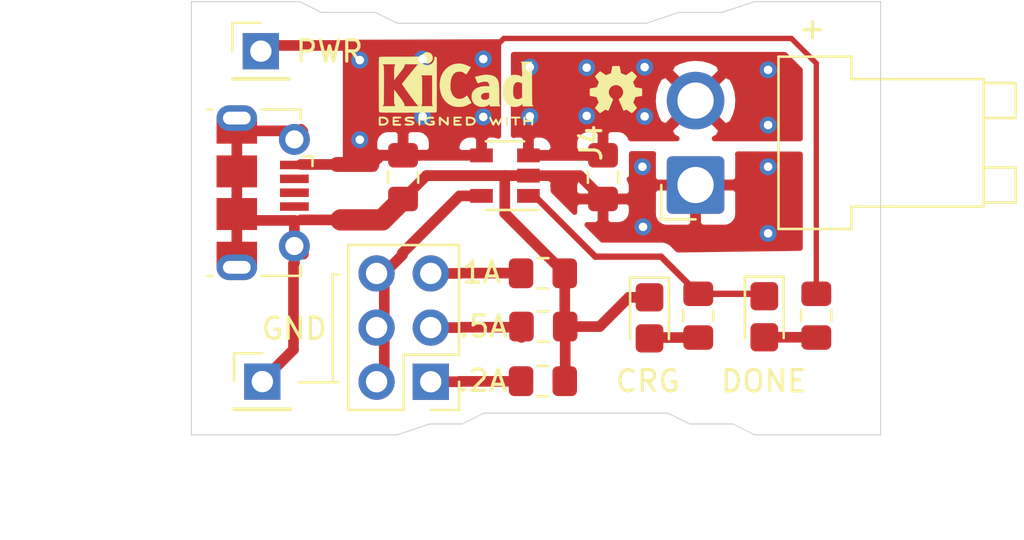
<source format=kicad_pcb>
(kicad_pcb (version 20171130) (host pcbnew "(5.1.4)-1")

  (general
    (thickness 1.6)
    (drawings 36)
    (tracks 104)
    (zones 0)
    (modules 17)
    (nets 14)
  )

  (page A4)
  (layers
    (0 F.Cu signal)
    (31 B.Cu signal hide)
    (32 B.Adhes user)
    (33 F.Adhes user)
    (34 B.Paste user)
    (35 F.Paste user)
    (36 B.SilkS user)
    (37 F.SilkS user)
    (38 B.Mask user)
    (39 F.Mask user)
    (40 Dwgs.User user)
    (41 Cmts.User user hide)
    (42 Eco1.User user hide)
    (43 Eco2.User user hide)
    (44 Edge.Cuts user)
    (45 Margin user hide)
    (46 B.CrtYd user)
    (47 F.CrtYd user hide)
    (48 B.Fab user)
    (49 F.Fab user hide)
  )

  (setup
    (last_trace_width 0.25)
    (user_trace_width 0.3)
    (user_trace_width 0.5)
    (user_trace_width 0.7)
    (user_trace_width 1)
    (trace_clearance 0.2)
    (zone_clearance 0.508)
    (zone_45_only no)
    (trace_min 0.2)
    (via_size 0.8)
    (via_drill 0.4)
    (via_min_size 0.4)
    (via_min_drill 0.3)
    (user_via 0.5 0.4)
    (user_via 0.7 0.3)
    (uvia_size 0.3)
    (uvia_drill 0.1)
    (uvias_allowed no)
    (uvia_min_size 0.2)
    (uvia_min_drill 0.1)
    (edge_width 0.05)
    (segment_width 0.2)
    (pcb_text_width 0.3)
    (pcb_text_size 1.5 1.5)
    (mod_edge_width 0.12)
    (mod_text_size 1 1)
    (mod_text_width 0.15)
    (pad_size 1.524 1.524)
    (pad_drill 0.762)
    (pad_to_mask_clearance 0.051)
    (solder_mask_min_width 0.25)
    (aux_axis_origin 0 0)
    (visible_elements 7FFFFFFF)
    (pcbplotparams
      (layerselection 0x010fc_ffffffff)
      (usegerberextensions false)
      (usegerberattributes false)
      (usegerberadvancedattributes false)
      (creategerberjobfile false)
      (excludeedgelayer true)
      (linewidth 0.100000)
      (plotframeref false)
      (viasonmask false)
      (mode 1)
      (useauxorigin false)
      (hpglpennumber 1)
      (hpglpenspeed 20)
      (hpglpendiameter 15.000000)
      (psnegative false)
      (psa4output false)
      (plotreference true)
      (plotvalue true)
      (plotinvisibletext false)
      (padsonsilk false)
      (subtractmaskfromsilk false)
      (outputformat 1)
      (mirror false)
      (drillshape 0)
      (scaleselection 1)
      (outputdirectory "E:/n_Hardware/Projects/project_N_simple_BMS/Output Files/"))
  )

  (net 0 "")
  (net 1 "Net-(C1-Pad1)")
  (net 2 GNDREF)
  (net 3 "Net-(C2-Pad1)")
  (net 4 "Net-(D1-Pad1)")
  (net 5 "Net-(D1-Pad2)")
  (net 6 "Net-(D2-Pad2)")
  (net 7 "Net-(J3-Pad1)")
  (net 8 "Net-(J3-Pad2)")
  (net 9 "Net-(J3-Pad3)")
  (net 10 "Net-(J3-Pad5)")
  (net 11 "Net-(J1-Pad3)")
  (net 12 "Net-(J1-Pad4)")
  (net 13 "Net-(J1-Pad2)")

  (net_class Default "This is the default net class."
    (clearance 0.2)
    (trace_width 0.25)
    (via_dia 0.8)
    (via_drill 0.4)
    (uvia_dia 0.3)
    (uvia_drill 0.1)
    (add_net GNDREF)
    (add_net "Net-(C1-Pad1)")
    (add_net "Net-(C2-Pad1)")
    (add_net "Net-(D1-Pad1)")
    (add_net "Net-(D1-Pad2)")
    (add_net "Net-(D2-Pad2)")
    (add_net "Net-(J1-Pad2)")
    (add_net "Net-(J1-Pad3)")
    (add_net "Net-(J1-Pad4)")
    (add_net "Net-(J3-Pad1)")
    (add_net "Net-(J3-Pad2)")
    (add_net "Net-(J3-Pad3)")
    (add_net "Net-(J3-Pad5)")
  )

  (module N_custom:Logo_0_1in_kicad (layer F.Cu) (tedit 0) (tstamp 5D84CE25)
    (at 108.3 81.51)
    (fp_text reference G*** (at 0 0) (layer F.SilkS) hide
      (effects (font (size 1.524 1.524) (thickness 0.3)))
    )
    (fp_text value LOGO (at 0.75 0) (layer F.SilkS) hide
      (effects (font (size 1.524 1.524) (thickness 0.3)))
    )
    (fp_poly (pts (xy -1.185985 -1.915093) (xy -1.163764 -1.91007) (xy -1.12361 -1.897114) (xy -1.089546 -1.879627)
      (xy -1.058076 -1.855642) (xy -1.044622 -1.842989) (xy -1.01297 -1.805256) (xy -0.989614 -1.763702)
      (xy -0.97445 -1.719518) (xy -0.967373 -1.673892) (xy -0.968278 -1.628015) (xy -0.977062 -1.583077)
      (xy -0.993618 -1.540269) (xy -1.017843 -1.50078) (xy -1.049632 -1.465801) (xy -1.079853 -1.442253)
      (xy -1.124443 -1.418007) (xy -1.171566 -1.402377) (xy -1.219736 -1.395661) (xy -1.267465 -1.398159)
      (xy -1.28364 -1.401231) (xy -1.33151 -1.417043) (xy -1.374902 -1.441231) (xy -1.412865 -1.472896)
      (xy -1.444451 -1.511141) (xy -1.468708 -1.555068) (xy -1.480367 -1.587161) (xy -1.48453 -1.607234)
      (xy -1.487338 -1.632628) (xy -1.488281 -1.656953) (xy -1.483757 -1.708256) (xy -1.470148 -1.755575)
      (xy -1.447406 -1.799035) (xy -1.415478 -1.838759) (xy -1.411321 -1.842988) (xy -1.380356 -1.870073)
      (xy -1.347907 -1.890047) (xy -1.310654 -1.904775) (xy -1.2919 -1.91007) (xy -1.254549 -1.917554)
      (xy -1.220744 -1.919229) (xy -1.185985 -1.915093)) (layer F.SilkS) (width 0.01))
    (fp_poly (pts (xy 3.687317 -0.497334) (xy 3.687565 -0.379241) (xy 3.687786 -0.270648) (xy 3.687992 -0.171135)
      (xy 3.688198 -0.08028) (xy 3.688417 0.002338) (xy 3.688664 0.07714) (xy 3.688953 0.144547)
      (xy 3.689296 0.204981) (xy 3.689708 0.258863) (xy 3.690203 0.306613) (xy 3.690795 0.348653)
      (xy 3.691496 0.385405) (xy 3.692323 0.417289) (xy 3.693287 0.444726) (xy 3.694403 0.468138)
      (xy 3.695685 0.487946) (xy 3.697146 0.504571) (xy 3.698801 0.518435) (xy 3.700663 0.529958)
      (xy 3.702746 0.539561) (xy 3.705063 0.547667) (xy 3.70763 0.554695) (xy 3.710459 0.561067)
      (xy 3.713564 0.567205) (xy 3.71696 0.573529) (xy 3.720659 0.580461) (xy 3.722847 0.584722)
      (xy 3.740672 0.620117) (xy 3.249414 0.620117) (xy 3.249414 0.568854) (xy 3.249143 0.547258)
      (xy 3.248412 0.529542) (xy 3.247343 0.517934) (xy 3.246444 0.514621) (xy 3.241434 0.516067)
      (xy 3.230106 0.522255) (xy 3.214216 0.532156) (xy 3.198075 0.54297) (xy 3.149432 0.574269)
      (xy 3.103843 0.598363) (xy 3.058685 0.616183) (xy 3.011334 0.628662) (xy 2.959168 0.636731)
      (xy 2.925693 0.639757) (xy 2.900273 0.641527) (xy 2.878556 0.642943) (xy 2.862375 0.64389)
      (xy 2.853566 0.644258) (xy 2.852539 0.644224) (xy 2.846779 0.643422) (xy 2.833683 0.641827)
      (xy 2.815774 0.639742) (xy 2.810371 0.639127) (xy 2.743118 0.626582) (xy 2.678644 0.604653)
      (xy 2.617517 0.573626) (xy 2.560308 0.533789) (xy 2.508917 0.486817) (xy 2.462081 0.432552)
      (xy 2.42264 0.374198) (xy 2.389676 0.310198) (xy 2.362268 0.238998) (xy 2.361934 0.237987)
      (xy 2.350081 0.199856) (xy 2.340908 0.164646) (xy 2.33405 0.12997) (xy 2.329141 0.093445)
      (xy 2.325814 0.052686) (xy 2.323704 0.005308) (xy 2.323152 -0.014613) (xy 2.323224 -0.055521)
      (xy 2.7986 -0.055521) (xy 2.798703 -0.013836) (xy 2.799787 0.021013) (xy 2.801985 0.050556)
      (xy 2.805432 0.076325) (xy 2.810265 0.099848) (xy 2.816616 0.122657) (xy 2.820494 0.134536)
      (xy 2.840616 0.18229) (xy 2.865512 0.221373) (xy 2.895112 0.251743) (xy 2.929348 0.273362)
      (xy 2.968151 0.28619) (xy 3.011453 0.290187) (xy 3.059185 0.285314) (xy 3.075781 0.28178)
      (xy 3.099095 0.274467) (xy 3.127295 0.262958) (xy 3.157134 0.24874) (xy 3.185366 0.233299)
      (xy 3.196365 0.22655) (xy 3.224609 0.208482) (xy 3.224609 -0.454637) (xy 3.187531 -0.475852)
      (xy 3.13769 -0.500281) (xy 3.089002 -0.516063) (xy 3.042256 -0.523024) (xy 2.998242 -0.520994)
      (xy 2.988493 -0.519217) (xy 2.950268 -0.507455) (xy 2.917164 -0.488976) (xy 2.888676 -0.463209)
      (xy 2.864301 -0.429587) (xy 2.843532 -0.387539) (xy 2.825867 -0.336495) (xy 2.82547 -0.33513)
      (xy 2.818586 -0.310392) (xy 2.813134 -0.287913) (xy 2.808912 -0.265936) (xy 2.805722 -0.242703)
      (xy 2.803363 -0.216456) (xy 2.801635 -0.185438) (xy 2.800338 -0.14789) (xy 2.799343 -0.105572)
      (xy 2.7986 -0.055521) (xy 2.323224 -0.055521) (xy 2.323343 -0.122856) (xy 2.329403 -0.223409)
      (xy 2.341409 -0.316636) (xy 2.359443 -0.402907) (xy 2.383584 -0.482586) (xy 2.413912 -0.556042)
      (xy 2.450506 -0.623641) (xy 2.458038 -0.635642) (xy 2.477935 -0.662927) (xy 2.503551 -0.692559)
      (xy 2.532699 -0.722428) (xy 2.563197 -0.750422) (xy 2.592858 -0.774429) (xy 2.619498 -0.792338)
      (xy 2.621144 -0.79328) (xy 2.665091 -0.814856) (xy 2.713998 -0.833341) (xy 2.763502 -0.847239)
      (xy 2.796768 -0.853523) (xy 2.824472 -0.855936) (xy 2.859264 -0.856607) (xy 2.898494 -0.855691)
      (xy 2.939512 -0.853346) (xy 2.979666 -0.849728) (xy 3.016307 -0.844992) (xy 3.046783 -0.839296)
      (xy 3.049688 -0.838607) (xy 3.098188 -0.822798) (xy 3.146336 -0.799687) (xy 3.182426 -0.776812)
      (xy 3.196444 -0.767388) (xy 3.207732 -0.760939) (xy 3.213008 -0.759024) (xy 3.216089 -0.761518)
      (xy 3.218647 -0.769356) (xy 3.220699 -0.783069) (xy 3.222263 -0.803189) (xy 3.223356 -0.830247)
      (xy 3.223996 -0.864774) (xy 3.224199 -0.907302) (xy 3.223984 -0.958363) (xy 3.223368 -1.018489)
      (xy 3.222812 -1.059161) (xy 3.221746 -1.126258) (xy 3.220603 -1.184263) (xy 3.219293 -1.234005)
      (xy 3.217726 -1.276314) (xy 3.215811 -1.31202) (xy 3.21346 -1.341952) (xy 3.210583 -1.366939)
      (xy 3.207088 -1.387812) (xy 3.202888 -1.405399) (xy 3.197891 -1.420531) (xy 3.192009 -1.434038)
      (xy 3.185151 -1.446747) (xy 3.17991 -1.455316) (xy 3.165297 -1.47836) (xy 3.68519 -1.47836)
      (xy 3.687317 -0.497334)) (layer F.SilkS) (width 0.01))
    (fp_poly (pts (xy 1.580344 -0.859347) (xy 1.616523 -0.85779) (xy 1.696413 -0.850939) (xy 1.768315 -0.838907)
      (xy 1.832819 -0.821506) (xy 1.890511 -0.798545) (xy 1.941981 -0.769835) (xy 1.982345 -0.739874)
      (xy 2.024116 -0.698771) (xy 2.059152 -0.651266) (xy 2.087824 -0.596765) (xy 2.110173 -0.535782)
      (xy 2.115194 -0.518717) (xy 2.119665 -0.50226) (xy 2.123627 -0.485732) (xy 2.127121 -0.468456)
      (xy 2.130188 -0.449752) (xy 2.13287 -0.428943) (xy 2.135207 -0.405349) (xy 2.137242 -0.378293)
      (xy 2.139014 -0.347097) (xy 2.140565 -0.311082) (xy 2.141937 -0.269569) (xy 2.143171 -0.221881)
      (xy 2.144307 -0.167339) (xy 2.145388 -0.105265) (xy 2.146454 -0.03498) (xy 2.147546 0.044194)
      (xy 2.14814 0.089297) (xy 2.14899 0.150299) (xy 2.149916 0.209391) (xy 2.150898 0.265672)
      (xy 2.151916 0.318241) (xy 2.15295 0.366197) (xy 2.153978 0.408639) (xy 2.154981 0.444665)
      (xy 2.155938 0.473374) (xy 2.156829 0.493866) (xy 2.15755 0.504467) (xy 2.160633 0.529285)
      (xy 2.164772 0.548089) (xy 2.171095 0.564789) (xy 2.179912 0.58183) (xy 2.197686 0.613613)
      (xy 2.126997 0.616847) (xy 2.1043 0.617645) (xy 2.073547 0.618374) (xy 2.036605 0.619006)
      (xy 1.99534 0.619517) (xy 1.951617 0.619882) (xy 1.907304 0.620075) (xy 1.887114 0.620099)
      (xy 1.717919 0.620117) (xy 1.714757 0.58663) (xy 1.713077 0.566062) (xy 1.711916 0.546545)
      (xy 1.711559 0.534541) (xy 1.710655 0.522577) (xy 1.708459 0.51624) (xy 1.707786 0.515937)
      (xy 1.702435 0.518658) (xy 1.690925 0.526009) (xy 1.675111 0.53677) (xy 1.661897 0.546092)
      (xy 1.602487 0.58359) (xy 1.542646 0.611437) (xy 1.482609 0.629543) (xy 1.426477 0.637581)
      (xy 1.391773 0.639804) (xy 1.364939 0.641288) (xy 1.343953 0.642061) (xy 1.326795 0.642155)
      (xy 1.311442 0.641597) (xy 1.295873 0.640418) (xy 1.287363 0.639604) (xy 1.241967 0.632153)
      (xy 1.193215 0.619096) (xy 1.144069 0.601552) (xy 1.097493 0.580642) (xy 1.056449 0.557484)
      (xy 1.039733 0.54601) (xy 0.989671 0.503012) (xy 0.946984 0.45373) (xy 0.911969 0.398836)
      (xy 0.884922 0.339001) (xy 0.866142 0.274894) (xy 0.855924 0.207187) (xy 0.854865 0.152049)
      (xy 1.295193 0.152049) (xy 1.295241 0.178023) (xy 1.297218 0.201105) (xy 1.299558 0.212597)
      (xy 1.310778 0.236667) (xy 1.329515 0.260623) (xy 1.353559 0.282412) (xy 1.380696 0.29998)
      (xy 1.404532 0.310057) (xy 1.420337 0.313231) (xy 1.443644 0.315597) (xy 1.472054 0.316945)
      (xy 1.486467 0.317168) (xy 1.546664 0.3175) (xy 1.58746 0.29708) (xy 1.623515 0.275793)
      (xy 1.654045 0.250156) (xy 1.657735 0.246441) (xy 1.687214 0.216221) (xy 1.685726 0.100481)
      (xy 1.685148 0.062663) (xy 1.684451 0.033616) (xy 1.68355 0.012192) (xy 1.682359 -0.00276)
      (xy 1.680794 -0.012389) (xy 1.67877 -0.017845) (xy 1.676797 -0.019956) (xy 1.667667 -0.022345)
      (xy 1.650408 -0.023859) (xy 1.626776 -0.024503) (xy 1.598523 -0.024283) (xy 1.567406 -0.023203)
      (xy 1.535178 -0.021269) (xy 1.513473 -0.019463) (xy 1.464258 -0.012492) (xy 1.42256 -0.001096)
      (xy 1.386669 0.015494) (xy 1.35488 0.038047) (xy 1.328631 0.063782) (xy 1.315937 0.079946)
      (xy 1.305561 0.09679) (xy 1.300702 0.10797) (xy 1.297028 0.127319) (xy 1.295193 0.152049)
      (xy 0.854865 0.152049) (xy 0.854567 0.136551) (xy 0.854951 0.128984) (xy 0.862981 0.063805)
      (xy 0.879219 0.003314) (xy 0.903475 -0.051924) (xy 0.9302 -0.094248) (xy 0.944966 -0.112151)
      (xy 0.964961 -0.133481) (xy 0.987687 -0.155833) (xy 1.010642 -0.176802) (xy 1.031328 -0.193983)
      (xy 1.041797 -0.201598) (xy 1.092231 -0.232239) (xy 1.145007 -0.258029) (xy 1.201128 -0.2792)
      (xy 1.261597 -0.295985) (xy 1.327417 -0.308615) (xy 1.39959 -0.317325) (xy 1.479118 -0.322345)
      (xy 1.567006 -0.32391) (xy 1.56923 -0.323907) (xy 1.697307 -0.32368) (xy 1.69415 -0.344155)
      (xy 1.683322 -0.396824) (xy 1.668293 -0.440837) (xy 1.648807 -0.476642) (xy 1.624606 -0.504685)
      (xy 1.595436 -0.525414) (xy 1.588301 -0.52905) (xy 1.573869 -0.535298) (xy 1.559853 -0.539499)
      (xy 1.543386 -0.542191) (xy 1.521603 -0.543909) (xy 1.50458 -0.544703) (xy 1.467848 -0.545034)
      (xy 1.43189 -0.542772) (xy 1.395085 -0.537572) (xy 1.355813 -0.52909) (xy 1.312451 -0.516982)
      (xy 1.263379 -0.500904) (xy 1.213372 -0.482896) (xy 1.190429 -0.474764) (xy 1.170491 -0.468429)
      (xy 1.155568 -0.464479) (xy 1.147669 -0.463501) (xy 1.147338 -0.463591) (xy 1.142366 -0.46902)
      (xy 1.134713 -0.481414) (xy 1.125632 -0.498631) (xy 1.120408 -0.509546) (xy 1.110621 -0.531217)
      (xy 1.099152 -0.557403) (xy 1.086588 -0.586675) (xy 1.07352 -0.617605) (xy 1.060538 -0.648761)
      (xy 1.048229 -0.678715) (xy 1.037185 -0.706037) (xy 1.027994 -0.729297) (xy 1.021246 -0.747065)
      (xy 1.017531 -0.757913) (xy 1.016992 -0.760368) (xy 1.020831 -0.765112) (xy 1.032919 -0.769418)
      (xy 1.052959 -0.773406) (xy 1.0678 -0.776173) (xy 1.09051 -0.780826) (xy 1.119301 -0.786978)
      (xy 1.152381 -0.794241) (xy 1.187964 -0.802231) (xy 1.21543 -0.808516) (xy 1.27523 -0.82211)
      (xy 1.326878 -0.833308) (xy 1.371805 -0.842285) (xy 1.411442 -0.849217) (xy 1.447219 -0.854279)
      (xy 1.480567 -0.857647) (xy 1.512916 -0.859497) (xy 1.545699 -0.860006) (xy 1.580344 -0.859347)) (layer F.SilkS) (width 0.01))
    (fp_poly (pts (xy 0.305711 -1.385039) (xy 0.31502 -1.384173) (xy 0.361975 -1.378507) (xy 0.406955 -1.371018)
      (xy 0.451358 -1.361266) (xy 0.496584 -1.348808) (xy 0.544031 -1.333204) (xy 0.5951 -1.314011)
      (xy 0.651189 -1.290788) (xy 0.713697 -1.263094) (xy 0.746615 -1.24798) (xy 0.769229 -1.237707)
      (xy 0.788877 -1.229169) (xy 0.803677 -1.223158) (xy 0.811744 -1.220463) (xy 0.812347 -1.220391)
      (xy 0.818073 -1.216488) (xy 0.818555 -1.214043) (xy 0.815923 -1.208394) (xy 0.808513 -1.195615)
      (xy 0.797047 -1.176831) (xy 0.782252 -1.153167) (xy 0.764852 -1.125748) (xy 0.745571 -1.095699)
      (xy 0.725135 -1.064145) (xy 0.704269 -1.032212) (xy 0.683696 -1.001024) (xy 0.664143 -0.971707)
      (xy 0.646333 -0.945385) (xy 0.63325 -0.926411) (xy 0.617729 -0.9051) (xy 0.605418 -0.890122)
      (xy 0.597021 -0.882281) (xy 0.593856 -0.881467) (xy 0.587911 -0.885754) (xy 0.575929 -0.894826)
      (xy 0.559677 -0.907334) (xy 0.541708 -0.921312) (xy 0.510478 -0.943681) (xy 0.476235 -0.964748)
      (xy 0.441547 -0.983151) (xy 0.408983 -0.997528) (xy 0.38111 -1.006517) (xy 0.381036 -1.006535)
      (xy 0.362533 -1.009327) (xy 0.336782 -1.011107) (xy 0.306404 -1.011904) (xy 0.274019 -1.011745)
      (xy 0.242245 -1.010658) (xy 0.213704 -1.00867) (xy 0.191016 -1.00581) (xy 0.184258 -1.004449)
      (xy 0.132677 -0.98727) (xy 0.084607 -0.961083) (xy 0.040319 -0.92626) (xy 0.000087 -0.883172)
      (xy -0.035819 -0.832189) (xy -0.067126 -0.773683) (xy -0.093562 -0.708024) (xy -0.114854 -0.635585)
      (xy -0.126666 -0.58043) (xy -0.129717 -0.558193) (xy -0.132379 -0.527899) (xy -0.134613 -0.491404)
      (xy -0.136379 -0.450568) (xy -0.137638 -0.407249) (xy -0.13835 -0.363303) (xy -0.138476 -0.32059)
      (xy -0.137976 -0.280968) (xy -0.136811 -0.246294) (xy -0.134941 -0.218426) (xy -0.134456 -0.213621)
      (xy -0.121755 -0.130374) (xy -0.102523 -0.054507) (xy -0.076684 0.014141) (xy -0.044156 0.075731)
      (xy -0.004862 0.130422) (xy 0.041278 0.178374) (xy 0.071934 0.203714) (xy 0.120698 0.234671)
      (xy 0.17323 0.256797) (xy 0.22865 0.270025) (xy 0.286077 0.274289) (xy 0.344631 0.269523)
      (xy 0.403432 0.255661) (xy 0.460951 0.232947) (xy 0.527065 0.196277) (xy 0.589663 0.151481)
      (xy 0.606169 0.137744) (xy 0.63935 0.109201) (xy 0.678417 0.172423) (xy 0.705873 0.217072)
      (xy 0.732165 0.260247) (xy 0.756808 0.30112) (xy 0.779318 0.338868) (xy 0.799211 0.372663)
      (xy 0.816001 0.401681) (xy 0.829204 0.425094) (xy 0.838336 0.442079) (xy 0.842912 0.451808)
      (xy 0.843359 0.453521) (xy 0.842572 0.457361) (xy 0.839611 0.461578) (xy 0.833583 0.466698)
      (xy 0.823592 0.473245) (xy 0.808742 0.481745) (xy 0.788137 0.492722) (xy 0.760884 0.506701)
      (xy 0.726085 0.524207) (xy 0.703817 0.535324) (xy 0.653299 0.559905) (xy 0.609117 0.57988)
      (xy 0.569196 0.595901) (xy 0.53146 0.608619) (xy 0.493832 0.618686) (xy 0.454235 0.626756)
      (xy 0.410593 0.633479) (xy 0.378423 0.637512) (xy 0.333679 0.641397) (xy 0.282953 0.643561)
      (xy 0.230042 0.64397) (xy 0.178741 0.642596) (xy 0.133989 0.639516) (xy 0.055215 0.627372)
      (xy -0.023089 0.606026) (xy -0.10186 0.575211) (xy -0.118698 0.567441) (xy -0.196985 0.524934)
      (xy -0.269827 0.474135) (xy -0.337222 0.415045) (xy -0.399166 0.347668) (xy -0.455656 0.272007)
      (xy -0.506688 0.188066) (xy -0.523536 0.156189) (xy -0.558937 0.076781) (xy -0.587844 -0.008942)
      (xy -0.610177 -0.099721) (xy -0.625854 -0.194301) (xy -0.634795 -0.291425) (xy -0.636918 -0.389835)
      (xy -0.632144 -0.488276) (xy -0.620391 -0.585489) (xy -0.601577 -0.680219) (xy -0.581948 -0.751582)
      (xy -0.55001 -0.837624) (xy -0.509008 -0.920506) (xy -0.459497 -0.999489) (xy -0.402035 -1.073832)
      (xy -0.33718 -1.142795) (xy -0.265488 -1.20564) (xy -0.20835 -1.247778) (xy -0.144124 -1.286516)
      (xy -0.073775 -1.319674) (xy 0.000866 -1.346773) (xy 0.077966 -1.367336) (xy 0.155694 -1.380887)
      (xy 0.23222 -1.386947) (xy 0.305711 -1.385039)) (layer F.SilkS) (width 0.01))
    (fp_poly (pts (xy -1.575935 -1.651313) (xy -1.572348 -1.609043) (xy -1.566433 -1.573534) (xy -1.557465 -1.541758)
      (xy -1.544718 -1.510685) (xy -1.539867 -1.500684) (xy -1.509698 -1.451212) (xy -1.472115 -1.407957)
      (xy -1.427849 -1.371465) (xy -1.377629 -1.342283) (xy -1.322184 -1.320957) (xy -1.288813 -1.312586)
      (xy -1.266784 -1.30868) (xy -1.245141 -1.305867) (xy -1.228413 -1.304729) (xy -1.227832 -1.304727)
      (xy -1.183183 -1.309005) (xy -1.136299 -1.321116) (xy -1.089295 -1.33998) (xy -1.044289 -1.364513)
      (xy -1.003397 -1.393634) (xy -0.968737 -1.42626) (xy -0.953257 -1.445088) (xy -0.927411 -1.484308)
      (xy -0.908379 -1.523658) (xy -0.89533 -1.565604) (xy -0.88743 -1.612612) (xy -0.884598 -1.648272)
      (xy -0.881587 -1.706563) (xy -0.856136 -1.706563) (xy -0.837484 -1.705113) (xy -0.821753 -1.699764)
      (xy -0.805649 -1.689017) (xy -0.79251 -1.677589) (xy -0.778867 -1.665019) (xy -0.779448 -0.605547)
      (xy -0.77952 -0.500478) (xy -0.77962 -0.396245) (xy -0.779746 -0.29343) (xy -0.779896 -0.192617)
      (xy -0.780069 -0.094388) (xy -0.780263 0.000676) (xy -0.780476 0.091992) (xy -0.780707 0.178978)
      (xy -0.780954 0.261051) (xy -0.781215 0.33763) (xy -0.781488 0.408131) (xy -0.781772 0.471972)
      (xy -0.782065 0.528572) (xy -0.782365 0.577348) (xy -0.782671 0.617717) (xy -0.78298 0.649097)
      (xy -0.783168 0.663419) (xy -0.786309 0.872913) (xy -0.799825 0.886422) (xy -0.80742 0.893011)
      (xy -0.816038 0.897428) (xy -0.828197 0.900414) (xy -0.846417 0.902708) (xy -0.859356 0.903893)
      (xy -0.869401 0.904334) (xy -0.888826 0.904766) (xy -0.917089 0.905188) (xy -0.953649 0.9056)
      (xy -0.997963 0.905999) (xy -1.049491 0.906385) (xy -1.107689 0.906758) (xy -1.172016 0.907116)
      (xy -1.241931 0.907459) (xy -1.316891 0.907785) (xy -1.396355 0.908094) (xy -1.479781 0.908384)
      (xy -1.566627 0.908655) (xy -1.656352 0.908906) (xy -1.748412 0.909136) (xy -1.842268 0.909343)
      (xy -1.937376 0.909528) (xy -2.033196 0.909688) (xy -2.129184 0.909824) (xy -2.2248 0.909934)
      (xy -2.319502 0.910017) (xy -2.412748 0.910073) (xy -2.503995 0.9101) (xy -2.592703 0.910097)
      (xy -2.678329 0.910064) (xy -2.760331 0.91) (xy -2.838169 0.909903) (xy -2.911299 0.909773)
      (xy -2.97918 0.909609) (xy -3.041271 0.90941) (xy -3.097029 0.909175) (xy -3.145913 0.908903)
      (xy -3.18738 0.908593) (xy -3.22089 0.908244) (xy -3.239492 0.907974) (xy -3.293941 0.906982)
      (xy -3.339322 0.905979) (xy -3.376491 0.904878) (xy -3.406302 0.903594) (xy -3.429609 0.902042)
      (xy -3.447267 0.900136) (xy -3.460131 0.897791) (xy -3.469054 0.894922) (xy -3.474892 0.891443)
      (xy -3.478499 0.88727) (xy -3.480133 0.88394) (xy -3.481739 0.875963) (xy -3.483696 0.860306)
      (xy -3.485764 0.839193) (xy -3.487699 0.814849) (xy -3.487788 0.813593) (xy -3.488254 0.801947)
      (xy -3.488695 0.781057) (xy -3.48911 0.751459) (xy -3.489499 0.713685) (xy -3.489863 0.66827)
      (xy -3.4902 0.615747) (xy -3.490203 0.615156) (xy -3.319847 0.615156) (xy -3.079992 0.615136)
      (xy -3.029518 0.615063) (xy -2.979938 0.614864) (xy -2.932572 0.614552) (xy -2.88874 0.614142)
      (xy -2.849762 0.613646) (xy -2.816958 0.613081) (xy -2.791647 0.612459) (xy -2.777146 0.611903)
      (xy -2.714155 0.60869) (xy -2.733637 0.570995) (xy -2.744818 0.547906) (xy -2.753512 0.525941)
      (xy -2.76013 0.503143) (xy -2.765081 0.477554) (xy -2.768774 0.447215) (xy -2.77162 0.410169)
      (xy -2.773188 0.381992) (xy -2.774165 0.357632) (xy -2.775014 0.326747) (xy -2.775735 0.290492)
      (xy -2.776326 0.250023) (xy -2.776786 0.206497) (xy -2.777113 0.161068) (xy -2.777308 0.114892)
      (xy -2.777367 0.069126) (xy -2.777292 0.024924) (xy -2.777079 -0.016558) (xy -2.776729 -0.054164)
      (xy -2.77624 -0.086738) (xy -2.775611 -0.113124) (xy -2.774841 -0.132168) (xy -2.773929 -0.142713)
      (xy -2.773698 -0.143817) (xy -2.77201 -0.147663) (xy -2.769225 -0.148397) (xy -2.764492 -0.145147)
      (xy -2.75696 -0.137042) (xy -2.745777 -0.12321) (xy -2.730094 -0.10278) (xy -2.718 -0.086766)
      (xy -2.694687 -0.05564) (xy -2.668189 -0.019974) (xy -2.639264 0.019187) (xy -2.60867 0.060802)
      (xy -2.577166 0.103826) (xy -2.545511 0.147217) (xy -2.514463 0.18993) (xy -2.484779 0.230922)
      (xy -2.45722 0.26915) (xy -2.432543 0.303571) (xy -2.411507 0.333141) (xy -2.39487 0.356816)
      (xy -2.383477 0.373425) (xy -2.354767 0.418166) (xy -2.332536 0.457357) (xy -2.31621 0.492424)
      (xy -2.305214 0.524795) (xy -2.298975 0.555895) (xy -2.296918 0.587153) (xy -2.296914 0.588548)
      (xy -2.296914 0.615156) (xy -1.629934 0.615156) (xy -1.641325 0.603453) (xy -1.50845 0.603453)
      (xy -1.508252 0.607834) (xy -1.504082 0.610163) (xy -1.501576 0.610941) (xy -1.493983 0.611739)
      (xy -1.477662 0.612445) (xy -1.453807 0.613055) (xy -1.423611 0.613567) (xy -1.388268 0.613979)
      (xy -1.348971 0.614288) (xy -1.306914 0.614492) (xy -1.263291 0.614588) (xy -1.219295 0.614575)
      (xy -1.176119 0.61445) (xy -1.134958 0.61421) (xy -1.097005 0.613854) (xy -1.063452 0.613378)
      (xy -1.035495 0.612781) (xy -1.014327 0.61206) (xy -1.011169 0.611909) (xy -0.948295 0.608702)
      (xy -0.971482 0.56604) (xy -0.994668 0.523379) (xy -0.996378 -0.158077) (xy -0.998088 -0.839534)
      (xy -1.250291 -0.837647) (xy -1.299406 -0.837213) (xy -1.345501 -0.836675) (xy -1.387626 -0.836054)
      (xy -1.424832 -0.835371) (xy -1.456169 -0.834644) (xy -1.48069 -0.833895) (xy -1.497445 -0.833144)
      (xy -1.505484 -0.83241) (xy -1.506039 -0.832217) (xy -1.505547 -0.8265) (xy -1.501191 -0.814284)
      (xy -1.493817 -0.7978) (xy -1.490251 -0.790587) (xy -1.470918 -0.752502) (xy -1.469506 -0.131925)
      (xy -1.469321 -0.032235) (xy -1.469234 0.060033) (xy -1.469244 0.144641) (xy -1.46935 0.22135)
      (xy -1.46955 0.289919) (xy -1.469844 0.350112) (xy -1.47023 0.401688) (xy -1.470706 0.444408)
      (xy -1.471272 0.478034) (xy -1.471925 0.502327) (xy -1.472666 0.517047) (xy -1.473036 0.520541)
      (xy -1.483384 0.557416) (xy -1.495183 0.580072) (xy -1.50424 0.594904) (xy -1.50845 0.603453)
      (xy -1.641325 0.603453) (xy -1.66253 0.58167) (xy -1.68081 0.562694) (xy -1.698196 0.544156)
      (xy -1.715222 0.525372) (xy -1.732422 0.50566) (xy -1.75033 0.484335) (xy -1.769481 0.460716)
      (xy -1.790408 0.434118) (xy -1.813645 0.40386) (xy -1.839728 0.369257) (xy -1.869189 0.329627)
      (xy -1.902564 0.284287) (xy -1.940386 0.232554) (xy -1.983189 0.173744) (xy -2.004887 0.143867)
      (xy -2.06835 0.05632) (xy -2.125982 -0.023431) (xy -2.177891 -0.095539) (xy -2.224182 -0.160157)
      (xy -2.264964 -0.217438) (xy -2.300344 -0.267535) (xy -2.330428 -0.310601) (xy -2.355324 -0.346789)
      (xy -2.375138 -0.376252) (xy -2.389979 -0.399142) (xy -2.399952 -0.415613) (xy -2.405166 -0.425818)
      (xy -2.406055 -0.429069) (xy -2.405846 -0.431672) (xy -2.404942 -0.434829) (xy -2.402927 -0.439082)
      (xy -2.399383 -0.444975) (xy -2.393893 -0.45305) (xy -2.386042 -0.46385) (xy -2.375413 -0.477919)
      (xy -2.361588 -0.495799) (xy -2.344152 -0.518034) (xy -2.322687 -0.545166) (xy -2.296777 -0.577738)
      (xy -2.266006 -0.616293) (xy -2.229955 -0.661375) (xy -2.18821 -0.713525) (xy -2.177598 -0.726778)
      (xy -2.116145 -0.803458) (xy -2.060464 -0.872786) (xy -2.010184 -0.9352) (xy -1.964933 -0.991137)
      (xy -1.924339 -1.041036) (xy -1.88803 -1.085336) (xy -1.855635 -1.124473) (xy -1.826783 -1.158888)
      (xy -1.801101 -1.189016) (xy -1.778217 -1.215298) (xy -1.757762 -1.238171) (xy -1.739361 -1.258073)
      (xy -1.722645 -1.275442) (xy -1.70724 -1.290717) (xy -1.692777 -1.304336) (xy -1.678882 -1.316736)
      (xy -1.672652 -1.32209) (xy -1.637626 -1.351856) (xy -1.660932 -1.355142) (xy -1.670019 -1.355739)
      (xy -1.688086 -1.356316) (xy -1.714191 -1.356861) (xy -1.74739 -1.357363) (xy -1.786743 -1.357813)
      (xy -1.831306 -1.358199) (xy -1.880138 -1.35851) (xy -1.932296 -1.358735) (xy -1.985615 -1.358863)
      (xy -2.286992 -1.359297) (xy -2.286974 -1.32085) (xy -2.287255 -1.303264) (xy -2.288654 -1.289358)
      (xy -2.29198 -1.276251) (xy -2.29804 -1.261059) (xy -2.307644 -1.240903) (xy -2.311668 -1.232793)
      (xy -2.326894 -1.205228) (xy -2.347548 -1.172361) (xy -2.37233 -1.136183) (xy -2.394184 -1.106289)
      (xy -2.4103 -1.085023) (xy -2.430758 -1.058301) (xy -2.454806 -1.027082) (xy -2.481697 -0.992325)
      (xy -2.510679 -0.954988) (xy -2.541004 -0.91603) (xy -2.571923 -0.876408) (xy -2.602684 -0.837081)
      (xy -2.63254 -0.799008) (xy -2.66074 -0.763147) (xy -2.686534 -0.730456) (xy -2.709174 -0.701894)
      (xy -2.72791 -0.67842) (xy -2.741991 -0.660991) (xy -2.749965 -0.651384) (xy -2.772028 -0.625599)
      (xy -2.775076 -0.640842) (xy -2.776006 -0.650725) (xy -2.776746 -0.669299) (xy -2.777301 -0.695335)
      (xy -2.777677 -0.727604) (xy -2.777879 -0.764876) (xy -2.77791 -0.805923) (xy -2.777777 -0.849517)
      (xy -2.777485 -0.894426) (xy -2.777037 -0.939424) (xy -2.77644 -0.98328) (xy -2.775698 -1.024765)
      (xy -2.774815 -1.062651) (xy -2.773798 -1.095709) (xy -2.773188 -1.11125) (xy -2.771105 -1.153955)
      (xy -2.768711 -1.188517) (xy -2.76566 -1.216713) (xy -2.761608 -1.240323) (xy -2.756209 -1.261124)
      (xy -2.749117 -1.280895) (xy -2.739987 -1.301414) (xy -2.733824 -1.313959) (xy -2.714184 -1.35302)
      (xy -2.739953 -1.356115) (xy -2.750068 -1.356747) (xy -2.768574 -1.357307) (xy -2.794376 -1.357796)
      (xy -2.826376 -1.358212) (xy -2.863478 -1.358556) (xy -2.904583 -1.358826) (xy -2.948596 -1.359022)
      (xy -2.994418 -1.359145) (xy -3.040953 -1.359192) (xy -3.087105 -1.359164) (xy -3.131775 -1.359061)
      (xy -3.173867 -1.358881) (xy -3.212283 -1.358624) (xy -3.245927 -1.35829) (xy -3.273702 -1.357879)
      (xy -3.29451 -1.357388) (xy -3.307255 -1.356819) (xy -3.31078 -1.356378) (xy -3.31406 -1.35333)
      (xy -3.312827 -1.347047) (xy -3.306463 -1.335685) (xy -3.301089 -1.327408) (xy -3.290909 -1.311601)
      (xy -3.282727 -1.297208) (xy -3.276276 -1.282855) (xy -3.271289 -1.267165) (xy -3.267496 -1.248764)
      (xy -3.26463 -1.226276) (xy -3.262424 -1.198326) (xy -3.260609 -1.163538) (xy -3.258917 -1.120538)
      (xy -3.258497 -1.108778) (xy -3.257836 -1.084566) (xy -3.257258 -1.052175) (xy -3.256758 -1.012265)
      (xy -3.256336 -0.965497) (xy -3.255989 -0.912535) (xy -3.255715 -0.85404) (xy -3.255512 -0.790672)
      (xy -3.255377 -0.723096) (xy -3.255308 -0.651971) (xy -3.255304 -0.57796) (xy -3.255361 -0.501724)
      (xy -3.255477 -0.423926) (xy -3.255651 -0.345227) (xy -3.25588 -0.266289) (xy -3.256162 -0.187773)
      (xy -3.256495 -0.110342) (xy -3.256876 -0.034657) (xy -3.257303 0.03862) (xy -3.257774 0.108827)
      (xy -3.258287 0.175303) (xy -3.258839 0.237385) (xy -3.259428 0.294412) (xy -3.260053 0.345722)
      (xy -3.26071 0.390654) (xy -3.261398 0.428545) (xy -3.262114 0.458734) (xy -3.262856 0.480559)
      (xy -3.263622 0.493359) (xy -3.263899 0.495603) (xy -3.268267 0.514935) (xy -3.275221 0.53456)
      (xy -3.285753 0.556717) (xy -3.300853 0.583647) (xy -3.308573 0.596552) (xy -3.319847 0.615156)
      (xy -3.490203 0.615156) (xy -3.490512 0.55665) (xy -3.490797 0.491514) (xy -3.491057 0.420871)
      (xy -3.491291 0.345256) (xy -3.491499 0.265202) (xy -3.491681 0.181244) (xy -3.491837 0.093914)
      (xy -3.491967 0.003748) (xy -3.492071 -0.088722) (xy -3.492149 -0.182961) (xy -3.492201 -0.278436)
      (xy -3.492228 -0.374613) (xy -3.492228 -0.470958) (xy -3.492202 -0.566937) (xy -3.49215 -0.662017)
      (xy -3.492073 -0.755663) (xy -3.491969 -0.847342) (xy -3.491839 -0.936521) (xy -3.491683 -1.022664)
      (xy -3.491501 -1.105239) (xy -3.491294 -1.183711) (xy -3.49106 -1.257547) (xy -3.490799 -1.326213)
      (xy -3.490513 -1.389175) (xy -3.490201 -1.4459) (xy -3.489863 -1.495853) (xy -3.489498 -1.5385)
      (xy -3.489108 -1.573309) (xy -3.488691 -1.599745) (xy -3.488248 -1.617274) (xy -3.487827 -1.625)
      (xy -3.48395 -1.652525) (xy -3.479179 -1.671848) (xy -3.472689 -1.684688) (xy -3.463658 -1.692764)
      (xy -3.453263 -1.6972) (xy -3.447533 -1.69795) (xy -3.435141 -1.698659) (xy -3.415861 -1.69933)
      (xy -3.389467 -1.699965) (xy -3.355735 -1.700564) (xy -3.314438 -1.701131) (xy -3.265352 -1.701667)
      (xy -3.208251 -1.702174) (xy -3.142909 -1.702654) (xy -3.069101 -1.703108) (xy -2.986602 -1.70354)
      (xy -2.895186 -1.70395) (xy -2.794627 -1.704341) (xy -2.6847 -1.704714) (xy -2.56518 -1.705072)
      (xy -2.507303 -1.70523) (xy -1.579156 -1.707711) (xy -1.575935 -1.651313)) (layer F.SilkS) (width 0.01))
    (fp_poly (pts (xy 3.333618 1.108616) (xy 3.341709 1.111939) (xy 3.352492 1.119034) (xy 3.360409 1.129465)
      (xy 3.365953 1.14476) (xy 3.36962 1.166446) (xy 3.371906 1.196048) (xy 3.372389 1.206509)
      (xy 3.374799 1.265039) (xy 3.661172 1.265039) (xy 3.661172 1.206248) (xy 3.661715 1.173686)
      (xy 3.663592 1.149578) (xy 3.66717 1.132502) (xy 3.672818 1.121036) (xy 3.680905 1.113761)
      (xy 3.685789 1.111327) (xy 3.698473 1.108105) (xy 3.710572 1.111163) (xy 3.714354 1.113012)
      (xy 3.721301 1.116619) (xy 3.726939 1.120199) (xy 3.731392 1.124753) (xy 3.734785 1.131284)
      (xy 3.737246 1.14079) (xy 3.738899 1.154275) (xy 3.73987 1.172737) (xy 3.740285 1.197179)
      (xy 3.740269 1.228602) (xy 3.739949 1.268005) (xy 3.739483 1.313141) (xy 3.738946 1.354469)
      (xy 3.738238 1.392884) (xy 3.737397 1.427199) (xy 3.736459 1.456231) (xy 3.735464 1.478793)
      (xy 3.734448 1.493702) (xy 3.733535 1.499626) (xy 3.723328 1.511192) (xy 3.707713 1.518336)
      (xy 3.690833 1.519325) (xy 3.687926 1.518702) (xy 3.678373 1.514924) (xy 3.671364 1.508507)
      (xy 3.666525 1.498062) (xy 3.66348 1.482203) (xy 3.661854 1.459541) (xy 3.661271 1.428689)
      (xy 3.661245 1.420068) (xy 3.661172 1.349375) (xy 3.374732 1.349375) (xy 3.372445 1.415107)
      (xy 3.370578 1.449756) (xy 3.367448 1.47582) (xy 3.362655 1.4946) (xy 3.355798 1.507394)
      (xy 3.346476 1.515504) (xy 3.340631 1.51826) (xy 3.328426 1.522152) (xy 3.319829 1.521408)
      (xy 3.310309 1.515096) (xy 3.305501 1.511039) (xy 3.291582 1.49907) (xy 3.289871 1.351048)
      (xy 3.289545 1.311307) (xy 3.289475 1.272681) (xy 3.289646 1.23688) (xy 3.290042 1.205615)
      (xy 3.290648 1.180596) (xy 3.291448 1.163535) (xy 3.291582 1.161795) (xy 3.293426 1.141557)
      (xy 3.295474 1.128851) (xy 3.298674 1.121316) (xy 3.303972 1.116588) (xy 3.311219 1.11283)
      (xy 3.323727 1.108061) (xy 3.333618 1.108616)) (layer F.SilkS) (width 0.01))
    (fp_poly (pts (xy 3.142593 1.127016) (xy 3.14853 1.139346) (xy 3.14961 1.148149) (xy 3.146069 1.158414)
      (xy 3.144265 1.162266) (xy 3.13975 1.170111) (xy 3.133793 1.17598) (xy 3.125003 1.180156)
      (xy 3.111992 1.182922) (xy 3.093368 1.184564) (xy 3.067741 1.185363) (xy 3.033722 1.185605)
      (xy 3.029893 1.185609) (xy 2.96168 1.185664) (xy 2.96168 1.497698) (xy 2.945088 1.510353)
      (xy 2.930474 1.519871) (xy 2.919218 1.522173) (xy 2.908196 1.51755) (xy 2.903643 1.514215)
      (xy 2.897474 1.508701) (xy 2.892501 1.502142) (xy 2.888575 1.493439) (xy 2.885543 1.481493)
      (xy 2.883257 1.465205) (xy 2.881564 1.443476) (xy 2.880314 1.415209) (xy 2.879356 1.379303)
      (xy 2.87854 1.334659) (xy 2.878478 1.330771) (xy 2.876173 1.185664) (xy 2.813507 1.185609)
      (xy 2.779507 1.185369) (xy 2.754001 1.184518) (xy 2.735564 1.182762) (xy 2.722771 1.179806)
      (xy 2.714198 1.175356) (xy 2.708423 1.169115) (xy 2.705105 1.163156) (xy 2.700629 1.152022)
      (xy 2.700545 1.143054) (xy 2.705083 1.131401) (xy 2.706768 1.127907) (xy 2.716113 1.108769)
      (xy 3.132813 1.108769) (xy 3.142593 1.127016)) (layer F.SilkS) (width 0.01))
    (fp_poly (pts (xy 2.530444 1.106497) (xy 2.537137 1.109586) (xy 2.554883 1.118048) (xy 2.554883 1.506984)
      (xy 2.542655 1.514995) (xy 2.527853 1.521856) (xy 2.513488 1.521208) (xy 2.496592 1.51314)
      (xy 2.480469 1.50331) (xy 2.480469 1.122999) (xy 2.49993 1.112061) (xy 2.512475 1.105536)
      (xy 2.521109 1.103783) (xy 2.530444 1.106497)) (layer F.SilkS) (width 0.01))
    (fp_poly (pts (xy 2.288949 1.110546) (xy 2.301694 1.121096) (xy 2.310159 1.134607) (xy 2.311797 1.142808)
      (xy 2.309656 1.153018) (xy 2.303624 1.170809) (xy 2.294289 1.194909) (xy 2.282235 1.224044)
      (xy 2.26805 1.256942) (xy 2.252321 1.292331) (xy 2.235633 1.328937) (xy 2.218574 1.365487)
      (xy 2.20173 1.40071) (xy 2.185687 1.433331) (xy 2.171032 1.462078) (xy 2.158352 1.485679)
      (xy 2.148232 1.50286) (xy 2.141742 1.511845) (xy 2.130779 1.520909) (xy 2.119672 1.523717)
      (xy 2.107901 1.519785) (xy 2.094943 1.508627) (xy 2.080278 1.489758) (xy 2.063383 1.462692)
      (xy 2.043736 1.426943) (xy 2.037334 1.414658) (xy 2.024359 1.389962) (xy 2.01274 1.368674)
      (xy 2.003298 1.352234) (xy 1.996854 1.342082) (xy 1.994428 1.339453) (xy 1.990622 1.343598)
      (xy 1.983564 1.354795) (xy 1.974367 1.371185) (xy 1.966952 1.385341) (xy 1.945912 1.426043)
      (xy 1.92851 1.458365) (xy 1.914337 1.482983) (xy 1.902981 1.500576) (xy 1.894032 1.511821)
      (xy 1.887078 1.517394) (xy 1.886811 1.51752) (xy 1.871298 1.522476) (xy 1.859419 1.520167)
      (xy 1.850266 1.512922) (xy 1.844177 1.504325) (xy 1.8348 1.487891) (xy 1.822733 1.464912)
      (xy 1.808571 1.436679) (xy 1.792912 1.404486) (xy 1.776352 1.369624) (xy 1.759487 1.333386)
      (xy 1.742915 1.297064) (xy 1.727231 1.261951) (xy 1.713032 1.229339) (xy 1.700916 1.20052)
      (xy 1.691478 1.176786) (xy 1.685315 1.159431) (xy 1.683124 1.15086) (xy 1.684924 1.131902)
      (xy 1.694923 1.117169) (xy 1.711736 1.108701) (xy 1.711738 1.1087) (xy 1.720068 1.107771)
      (xy 1.728001 1.109647) (xy 1.736132 1.115163) (xy 1.745052 1.12515) (xy 1.755356 1.140441)
      (xy 1.767636 1.161867) (xy 1.782485 1.190262) (xy 1.800496 1.226457) (xy 1.811025 1.248053)
      (xy 1.826626 1.279951) (xy 1.841002 1.308875) (xy 1.853541 1.333632) (xy 1.86363 1.353025)
      (xy 1.870656 1.36586) (xy 1.874008 1.370941) (xy 1.877893 1.367871) (xy 1.885356 1.357434)
      (xy 1.895458 1.3411) (xy 1.907261 1.320337) (xy 1.912429 1.310783) (xy 1.931405 1.275799)
      (xy 1.946836 1.248866) (xy 1.95937 1.229041) (xy 1.969656 1.215384) (xy 1.978344 1.206953)
      (xy 1.986082 1.202808) (xy 1.987101 1.202522) (xy 1.995452 1.201306) (xy 2.003332 1.20264)
      (xy 2.011407 1.207363) (xy 2.020341 1.216317) (xy 2.030801 1.230342) (xy 2.043452 1.250278)
      (xy 2.058958 1.276966) (xy 2.077987 1.311246) (xy 2.088635 1.330771) (xy 2.102743 1.355744)
      (xy 2.113082 1.371752) (xy 2.119779 1.378955) (xy 2.122961 1.377514) (xy 2.123281 1.374211)
      (xy 2.125469 1.367434) (xy 2.131554 1.353306) (xy 2.140818 1.33326) (xy 2.152544 1.30873)
      (xy 2.166015 1.281147) (xy 2.180514 1.251945) (xy 2.195322 1.222557) (xy 2.209723 1.194415)
      (xy 2.222999 1.168953) (xy 2.234433 1.147604) (xy 2.243307 1.131799) (xy 2.248903 1.122972)
      (xy 2.249353 1.122412) (xy 2.262914 1.110411) (xy 2.275256 1.106289) (xy 2.288949 1.110546)) (layer F.SilkS) (width 0.01))
    (fp_poly (pts (xy 0.706282 1.103459) (xy 0.739307 1.10498) (xy 0.773908 1.107424) (xy 0.807341 1.110613)
      (xy 0.83686 1.11437) (xy 0.84926 1.116399) (xy 0.898133 1.128651) (xy 0.939434 1.146704)
      (xy 0.974074 1.171212) (xy 1.002965 1.20283) (xy 1.027018 1.242211) (xy 1.028453 1.245091)
      (xy 1.037565 1.265522) (xy 1.04239 1.282891) (xy 1.044154 1.302387) (xy 1.044277 1.312063)
      (xy 1.043581 1.331997) (xy 1.0408 1.348426) (xy 1.034896 1.365555) (xy 1.026494 1.38413)
      (xy 1.002399 1.424479) (xy 0.971955 1.457492) (xy 0.934627 1.483635) (xy 0.890115 1.503292)
      (xy 0.866426 1.509397) (xy 0.834362 1.514543) (xy 0.795437 1.518587) (xy 0.751165 1.521384)
      (xy 0.70306 1.522789) (xy 0.683919 1.522929) (xy 0.656755 1.522751) (xy 0.637655 1.521994)
      (xy 0.624768 1.52044) (xy 0.61624 1.517871) (xy 0.610529 1.514326) (xy 0.60551 1.508666)
      (xy 0.601367 1.500013) (xy 0.598024 1.487495) (xy 0.595404 1.470236) (xy 0.593429 1.447364)
      (xy 0.593078 1.44002) (xy 0.679648 1.44002) (xy 0.752822 1.437392) (xy 0.787876 1.435702)
      (xy 0.815248 1.433296) (xy 0.837166 1.4299) (xy 0.85586 1.425239) (xy 0.858665 1.424369)
      (xy 0.895204 1.408649) (xy 0.924686 1.387293) (xy 0.946389 1.360984) (xy 0.959595 1.330404)
      (xy 0.96019 1.328089) (xy 0.961055 1.304909) (xy 0.953545 1.280741) (xy 0.938871 1.257157)
      (xy 0.918243 1.235731) (xy 0.892872 1.218035) (xy 0.866592 1.206471) (xy 0.83825 1.199117)
      (xy 0.803291 1.192972) (xy 0.76499 1.18847) (xy 0.726624 1.186046) (xy 0.710654 1.18575)
      (xy 0.679648 1.185664) (xy 0.679648 1.44002) (xy 0.593078 1.44002) (xy 0.592024 1.418004)
      (xy 0.59111 1.381283) (xy 0.590611 1.336327) (xy 0.590451 1.286564) (xy 0.590352 1.131975)
      (xy 0.605097 1.119568) (xy 0.616198 1.112199) (xy 0.630164 1.107486) (xy 0.650153 1.104457)
      (xy 0.655946 1.103894) (xy 0.67758 1.103038) (xy 0.706282 1.103459)) (layer F.SilkS) (width 0.01))
    (fp_poly (pts (xy 0.138004 1.101561) (xy 0.174894 1.101838) (xy 0.213246 1.102471) (xy 0.250241 1.103388)
      (xy 0.28306 1.104519) (xy 0.308886 1.105795) (xy 0.309714 1.105846) (xy 0.336395 1.107677)
      (xy 0.354988 1.109461) (xy 0.367316 1.111578) (xy 0.375203 1.114406) (xy 0.380474 1.118325)
      (xy 0.382888 1.121046) (xy 0.390431 1.136524) (xy 0.391112 1.15329) (xy 0.38546 1.168151)
      (xy 0.374001 1.177914) (xy 0.373448 1.178146) (xy 0.366288 1.179244) (xy 0.350605 1.180517)
      (xy 0.327795 1.181889) (xy 0.299254 1.183285) (xy 0.266377 1.184629) (xy 0.231278 1.185825)
      (xy 0.195838 1.187058) (xy 0.163668 1.188448) (xy 0.136097 1.189916) (xy 0.114453 1.191382)
      (xy 0.100063 1.192767) (xy 0.094255 1.193992) (xy 0.094249 1.193999) (xy 0.091961 1.200723)
      (xy 0.089575 1.214328) (xy 0.087707 1.230835) (xy 0.084843 1.263603) (xy 0.181543 1.266227)
      (xy 0.217635 1.267344) (xy 0.245094 1.268709) (xy 0.265207 1.270664) (xy 0.279263 1.273552)
      (xy 0.288549 1.277715) (xy 0.294353 1.283496) (xy 0.297963 1.291238) (xy 0.299796 1.297693)
      (xy 0.299456 1.312031) (xy 0.293547 1.327215) (xy 0.284113 1.338861) (xy 0.279236 1.34179)
      (xy 0.271627 1.343053) (xy 0.255833 1.344423) (xy 0.233587 1.345793) (xy 0.206625 1.347055)
      (xy 0.177354 1.348084) (xy 0.084336 1.350838) (xy 0.084336 1.437154) (xy 0.226963 1.44065)
      (xy 0.271079 1.441765) (xy 0.306288 1.442888) (xy 0.333603 1.444283) (xy 0.354035 1.446214)
      (xy 0.368596 1.448943) (xy 0.378298 1.452734) (xy 0.384154 1.45785) (xy 0.387174 1.464555)
      (xy 0.388371 1.473112) (xy 0.38873 1.48275) (xy 0.388929 1.492398) (xy 0.388339 1.500208)
      (xy 0.386012 1.506383) (xy 0.381005 1.511126) (xy 0.372372 1.514638) (xy 0.359167 1.517122)
      (xy 0.340445 1.518781) (xy 0.31526 1.519817) (xy 0.282667 1.520433) (xy 0.241721 1.52083)
      (xy 0.209763 1.521071) (xy 0.170103 1.521294) (xy 0.133262 1.521356) (xy 0.100506 1.521267)
      (xy 0.073105 1.521036) (xy 0.052325 1.520671) (xy 0.039435 1.520182) (xy 0.03601 1.519832)
      (xy 0.029533 1.518147) (xy 0.024227 1.515624) (xy 0.019976 1.511337) (xy 0.016663 1.504359)
      (xy 0.014171 1.493764) (xy 0.012383 1.478626) (xy 0.011184 1.45802) (xy 0.010454 1.431018)
      (xy 0.010079 1.396694) (xy 0.009941 1.354124) (xy 0.009922 1.31307) (xy 0.00994 1.265583)
      (xy 0.010031 1.226997) (xy 0.010248 1.196294) (xy 0.010643 1.172452) (xy 0.011269 1.154452)
      (xy 0.01218 1.141273) (xy 0.013429 1.131896) (xy 0.015068 1.125301) (xy 0.017151 1.120467)
      (xy 0.019731 1.116374) (xy 0.020182 1.115736) (xy 0.030441 1.101328) (xy 0.138004 1.101561)) (layer F.SilkS) (width 0.01))
    (fp_poly (pts (xy -0.627202 1.107917) (xy -0.625078 1.108946) (xy -0.61325 1.116615) (xy -0.594666 1.130886)
      (xy -0.569256 1.151818) (xy -0.536949 1.179472) (xy -0.497674 1.213906) (xy -0.451359 1.255181)
      (xy -0.444043 1.261748) (xy -0.417909 1.285223) (xy -0.393174 1.307439) (xy -0.371144 1.327222)
      (xy -0.353124 1.343399) (xy -0.340423 1.354797) (xy -0.336011 1.358752) (xy -0.324965 1.367889)
      (xy -0.317137 1.37296) (xy -0.314984 1.373317) (xy -0.314164 1.367939) (xy -0.313058 1.354025)
      (xy -0.311748 1.332956) (xy -0.310314 1.30611) (xy -0.308837 1.274868) (xy -0.307794 1.250492)
      (xy -0.305977 1.211343) (xy -0.304002 1.178233) (xy -0.301945 1.152073) (xy -0.299879 1.133773)
      (xy -0.297879 1.124246) (xy -0.29738 1.123319) (xy -0.289111 1.117322) (xy -0.276346 1.111597)
      (xy -0.275124 1.111181) (xy -0.260802 1.108239) (xy -0.247651 1.110955) (xy -0.241381 1.113695)
      (xy -0.224415 1.121746) (xy -0.221008 1.283929) (xy -0.22005 1.335658) (xy -0.219604 1.37845)
      (xy -0.219753 1.413284) (xy -0.220578 1.441134) (xy -0.222163 1.462978) (xy -0.224589 1.479793)
      (xy -0.227938 1.492554) (xy -0.232292 1.502239) (xy -0.237735 1.509824) (xy -0.240239 1.512494)
      (xy -0.246082 1.517622) (xy -0.252178 1.520798) (xy -0.259222 1.521555) (xy -0.267908 1.519427)
      (xy -0.278932 1.513947) (xy -0.292988 1.504646) (xy -0.310771 1.491059) (xy -0.332976 1.472719)
      (xy -0.360297 1.449157) (xy -0.39343 1.419908) (xy -0.433068 1.384503) (xy -0.440425 1.377909)
      (xy -0.476365 1.345708) (xy -0.505633 1.319553) (xy -0.528927 1.298849) (xy -0.546944 1.282998)
      (xy -0.560383 1.271406) (xy -0.569939 1.263475) (xy -0.576313 1.258609) (xy -0.5802 1.256212)
      (xy -0.582299 1.255688) (xy -0.583012 1.256045) (xy -0.583835 1.261403) (xy -0.584977 1.275271)
      (xy -0.586349 1.296243) (xy -0.587864 1.322916) (xy -0.589434 1.353885) (xy -0.590391 1.374485)
      (xy -0.591984 1.407873) (xy -0.593613 1.438267) (xy -0.595184 1.464157) (xy -0.5966 1.484031)
      (xy -0.597767 1.496379) (xy -0.598292 1.499497) (xy -0.604687 1.507851) (xy -0.61645 1.516163)
      (xy -0.629367 1.521822) (xy -0.635994 1.522857) (xy -0.645514 1.520361) (xy -0.651123 1.517649)
      (xy -0.65935 1.509957) (xy -0.667776 1.497982) (xy -0.668486 1.496716) (xy -0.670865 1.491544)
      (xy -0.67277 1.484934) (xy -0.674252 1.47581) (xy -0.675365 1.463091) (xy -0.676158 1.4457)
      (xy -0.676683 1.422558) (xy -0.676992 1.392586) (xy -0.677137 1.354705) (xy -0.677168 1.314648)
      (xy -0.677133 1.269261) (xy -0.67699 1.232689) (xy -0.676682 1.203823) (xy -0.676154 1.181557)
      (xy -0.675348 1.164781) (xy -0.674207 1.15239) (xy -0.672676 1.143275) (xy -0.670698 1.136328)
      (xy -0.668216 1.130443) (xy -0.667709 1.129406) (xy -0.656039 1.11253) (xy -0.64257 1.105383)
      (xy -0.627202 1.107917)) (layer F.SilkS) (width 0.01))
    (fp_poly (pts (xy -1.023678 1.109476) (xy -0.994014 1.11063) (xy -0.971054 1.113106) (xy -0.953202 1.117189)
      (xy -0.938864 1.123166) (xy -0.926445 1.13132) (xy -0.92296 1.134145) (xy -0.910661 1.149523)
      (xy -0.908064 1.166084) (xy -0.915216 1.182726) (xy -0.920606 1.188947) (xy -0.930316 1.197046)
      (xy -0.940084 1.199666) (xy -0.954092 1.198246) (xy -1.010857 1.191257) (xy -1.064105 1.189576)
      (xy -1.113004 1.193004) (xy -1.15672 1.201342) (xy -1.19442 1.21439) (xy -1.225272 1.231949)
      (xy -1.248442 1.253818) (xy -1.259551 1.27139) (xy -1.268677 1.300136) (xy -1.268509 1.328093)
      (xy -1.259675 1.354496) (xy -1.242802 1.37858) (xy -1.218518 1.399579) (xy -1.187451 1.416728)
      (xy -1.150228 1.429261) (xy -1.126133 1.434103) (xy -1.101774 1.436617) (xy -1.073367 1.437571)
      (xy -1.043783 1.437069) (xy -1.015894 1.43522) (xy -0.992568 1.432129) (xy -0.978515 1.428619)
      (xy -0.964124 1.418953) (xy -0.957744 1.403798) (xy -0.958316 1.390695) (xy -0.960774 1.385939)
      (xy -0.967285 1.382696) (xy -0.979821 1.380383) (xy -0.999683 1.37847) (xy -1.029109 1.375199)
      (xy -1.049713 1.370601) (xy -1.062544 1.364345) (xy -1.068405 1.35679) (xy -1.071573 1.336562)
      (xy -1.06586 1.318113) (xy -1.058769 1.309312) (xy -1.053161 1.304544) (xy -1.04698 1.301187)
      (xy -1.038406 1.29895) (xy -1.025621 1.297539) (xy -1.006806 1.296661) (xy -0.980144 1.296024)
      (xy -0.975673 1.295937) (xy -0.94459 1.295581) (xy -0.921907 1.296231) (xy -0.906113 1.298407)
      (xy -0.8957 1.302629) (xy -0.889155 1.309415) (xy -0.88497 1.319287) (xy -0.882727 1.327918)
      (xy -0.880365 1.343732) (xy -0.878904 1.365161) (xy -0.878313 1.389662) (xy -0.878564 1.41469)
      (xy -0.879626 1.437703) (xy -0.88147 1.456157) (xy -0.884066 1.467508) (xy -0.88436 1.468143)
      (xy -0.894534 1.479571) (xy -0.912592 1.491124) (xy -0.936564 1.501753) (xy -0.963225 1.510093)
      (xy -0.985708 1.514283) (xy -1.01484 1.517509) (xy -1.04738 1.519624) (xy -1.080089 1.520481)
      (xy -1.109727 1.519935) (xy -1.133055 1.517839) (xy -1.133381 1.517789) (xy -1.188451 1.505528)
      (xy -1.235909 1.487022) (xy -1.275963 1.462134) (xy -1.308822 1.430726) (xy -1.334694 1.392659)
      (xy -1.340888 1.380423) (xy -1.35345 1.346792) (xy -1.357629 1.315249) (xy -1.353388 1.283472)
      (xy -1.340692 1.24914) (xy -1.338819 1.245195) (xy -1.318043 1.208544) (xy -1.294049 1.179255)
      (xy -1.265213 1.156014) (xy -1.22991 1.137505) (xy -1.187316 1.122647) (xy -1.169248 1.117728)
      (xy -1.152878 1.114225) (xy -1.13582 1.111886) (xy -1.115686 1.110458) (xy -1.090088 1.109689)
      (xy -1.061641 1.10936) (xy -1.023678 1.109476)) (layer F.SilkS) (width 0.01))
    (fp_poly (pts (xy -1.573233 1.111304) (xy -1.566538 1.115344) (xy -1.563196 1.122971) (xy -1.55991 1.137588)
      (xy -1.557307 1.156282) (xy -1.556969 1.159745) (xy -1.555787 1.178109) (xy -1.554849 1.203478)
      (xy -1.554151 1.234228) (xy -1.553691 1.268737) (xy -1.553466 1.305383) (xy -1.553475 1.342543)
      (xy -1.553714 1.378594) (xy -1.554181 1.411913) (xy -1.554873 1.44088) (xy -1.555788 1.463869)
      (xy -1.556923 1.47926) (xy -1.557478 1.48314) (xy -1.564641 1.503579) (xy -1.576095 1.516938)
      (xy -1.590494 1.522311) (xy -1.606493 1.518787) (xy -1.608584 1.517649) (xy -1.616758 1.509912)
      (xy -1.624985 1.497875) (xy -1.625609 1.496716) (xy -1.627879 1.491338) (xy -1.629746 1.483992)
      (xy -1.631267 1.473645) (xy -1.6325 1.459264) (xy -1.633502 1.439817) (xy -1.63433 1.41427)
      (xy -1.635041 1.381591) (xy -1.635693 1.340745) (xy -1.636145 1.306742) (xy -1.638338 1.132644)
      (xy -1.621922 1.120955) (xy -1.605577 1.1128) (xy -1.588194 1.109466) (xy -1.573233 1.111304)) (layer F.SilkS) (width 0.01))
    (fp_poly (pts (xy -1.996426 1.106) (xy -1.958686 1.108531) (xy -1.924405 1.112149) (xy -1.896281 1.116701)
      (xy -1.887637 1.118678) (xy -1.865048 1.126892) (xy -1.847789 1.137996) (xy -1.837583 1.150653)
      (xy -1.835547 1.15913) (xy -1.838693 1.170956) (xy -1.846309 1.184255) (xy -1.855667 1.194883)
      (xy -1.861422 1.198406) (xy -1.869978 1.199015) (xy -1.885717 1.19835) (xy -1.906003 1.196563)
      (xy -1.91864 1.195095) (xy -1.95197 1.191836) (xy -1.989189 1.189786) (xy -2.027758 1.188944)
      (xy -2.065136 1.189309) (xy -2.098782 1.19088) (xy -2.126155 1.193659) (xy -2.134926 1.195136)
      (xy -2.157688 1.201129) (xy -2.175507 1.208731) (xy -2.182008 1.213132) (xy -2.190451 1.221084)
      (xy -2.19195 1.226498) (xy -2.187254 1.2331) (xy -2.186249 1.234217) (xy -2.179254 1.239817)
      (xy -2.16808 1.245215) (xy -2.151716 1.250683) (xy -2.129151 1.256493) (xy -2.099377 1.262916)
      (xy -2.061382 1.270226) (xy -2.034388 1.275119) (xy -2.004445 1.280667) (xy -1.976231 1.286275)
      (xy -1.951903 1.291485) (xy -1.933614 1.295842) (xy -1.925248 1.298244) (xy -1.892492 1.313252)
      (xy -1.866322 1.333312) (xy -1.847638 1.357382) (xy -1.837342 1.384421) (xy -1.835565 1.4019)
      (xy -1.838155 1.424146) (xy -1.846716 1.443655) (xy -1.862495 1.462549) (xy -1.880237 1.477925)
      (xy -1.899671 1.491658) (xy -1.919943 1.502171) (xy -1.942765 1.509878) (xy -1.96985 1.515194)
      (xy -2.002911 1.518533) (xy -2.043661 1.520312) (xy -2.056309 1.520581) (xy -2.085608 1.520955)
      (xy -2.112654 1.52104) (xy -2.135364 1.520849) (xy -2.151656 1.520396) (xy -2.158008 1.519944)
      (xy -2.199096 1.514271) (xy -2.231024 1.508188) (xy -2.254552 1.501281) (xy -2.270443 1.493135)
      (xy -2.279458 1.483336) (xy -2.282358 1.471468) (xy -2.279905 1.457118) (xy -2.278908 1.454109)
      (xy -2.275514 1.44647) (xy -2.27059 1.440669) (xy -2.262936 1.436534) (xy -2.251348 1.433897)
      (xy -2.234626 1.432585) (xy -2.211567 1.432429) (xy -2.180971 1.433257) (xy -2.143125 1.434833)
      (xy -2.093264 1.436674) (xy -2.052215 1.437215) (xy -2.01894 1.436364) (xy -1.992403 1.434026)
      (xy -1.971565 1.43011) (xy -1.955392 1.42452) (xy -1.942844 1.417165) (xy -1.942319 1.416769)
      (xy -1.932408 1.407441) (xy -1.927683 1.399392) (xy -1.927738 1.397215) (xy -1.934198 1.389853)
      (xy -1.948217 1.382669) (xy -1.970416 1.375453) (xy -2.00141 1.367997) (xy -2.032491 1.361806)
      (xy -2.080214 1.352774) (xy -2.119338 1.344975) (xy -2.151052 1.33801) (xy -2.176545 1.331482)
      (xy -2.197003 1.32499) (xy -2.213616 1.318138) (xy -2.227573 1.310527) (xy -2.24006 1.301758)
      (xy -2.252267 1.291433) (xy -2.257931 1.286224) (xy -2.270975 1.273457) (xy -2.278205 1.263832)
      (xy -2.281323 1.254007) (xy -2.282028 1.240643) (xy -2.282031 1.23889) (xy -2.279605 1.208692)
      (xy -2.271544 1.184539) (xy -2.25668 1.163616) (xy -2.24666 1.15378) (xy -2.222293 1.136299)
      (xy -2.192164 1.122943) (xy -2.155081 1.11332) (xy -2.109853 1.107036) (xy -2.103437 1.106454)
      (xy -2.071499 1.104809) (xy -2.034929 1.104708) (xy -1.996426 1.106)) (layer F.SilkS) (width 0.01))
    (fp_poly (pts (xy -2.566538 1.104316) (xy -2.538728 1.104549) (xy -2.517566 1.105039) (xy -2.501961 1.105837)
      (xy -2.490823 1.106994) (xy -2.48306 1.108562) (xy -2.477581 1.110591) (xy -2.47425 1.11249)
      (xy -2.46289 1.122005) (xy -2.455508 1.131384) (xy -2.452269 1.145942) (xy -2.455244 1.161562)
      (xy -2.463303 1.173856) (xy -2.467137 1.176572) (xy -2.47574 1.178564) (xy -2.493665 1.180508)
      (xy -2.520308 1.182365) (xy -2.55507 1.184096) (xy -2.59735 1.185663) (xy -2.616169 1.186233)
      (xy -2.652166 1.187319) (xy -2.6848 1.188417) (xy -2.712793 1.189473) (xy -2.734867 1.190436)
      (xy -2.749743 1.191253) (xy -2.756143 1.191873) (xy -2.756285 1.191935) (xy -2.757574 1.197377)
      (xy -2.759319 1.210046) (xy -2.761157 1.227282) (xy -2.761279 1.228585) (xy -2.764522 1.263483)
      (xy -2.669338 1.266359) (xy -2.631741 1.267691) (xy -2.602918 1.269357) (xy -2.581721 1.271696)
      (xy -2.567003 1.275049) (xy -2.557617 1.279757) (xy -2.552414 1.286161) (xy -2.550247 1.294601)
      (xy -2.549922 1.30181) (xy -2.551579 1.315674) (xy -2.557163 1.326676) (xy -2.567595 1.335113)
      (xy -2.583794 1.341282) (xy -2.606681 1.345478) (xy -2.637177 1.347996) (xy -2.676201 1.349134)
      (xy -2.69751 1.349275) (xy -2.763242 1.349375) (xy -2.763242 1.437081) (xy -2.628057 1.440493)
      (xy -2.591702 1.441505) (xy -2.55801 1.442621) (xy -2.528431 1.44378) (xy -2.50442 1.444919)
      (xy -2.487429 1.445976) (xy -2.478926 1.446885) (xy -2.462828 1.454522) (xy -2.45408 1.468164)
      (xy -2.453407 1.486432) (xy -2.454906 1.49267) (xy -2.457791 1.500641) (xy -2.461844 1.507083)
      (xy -2.468059 1.512153) (xy -2.477433 1.516005) (xy -2.490962 1.518795) (xy -2.50964 1.520678)
      (xy -2.534462 1.521809) (xy -2.566426 1.522344) (xy -2.606525 1.522439) (xy -2.644755 1.522303)
      (xy -2.682852 1.522021) (xy -2.71861 1.521571) (xy -2.750571 1.520986) (xy -2.777279 1.520298)
      (xy -2.797275 1.51954) (xy -2.809102 1.518745) (xy -2.810371 1.518583) (xy -2.81831 1.517043)
      (xy -2.824799 1.51445) (xy -2.829986 1.509873) (xy -2.83402 1.502381) (xy -2.837047 1.491041)
      (xy -2.839215 1.474923) (xy -2.840673 1.453095) (xy -2.841567 1.424626) (xy -2.842046 1.388583)
      (xy -2.842257 1.344035) (xy -2.84231 1.317129) (xy -2.842299 1.267327) (xy -2.842028 1.226502)
      (xy -2.84139 1.193712) (xy -2.840275 1.168014) (xy -2.838578 1.148464) (xy -2.836191 1.134119)
      (xy -2.833005 1.124037) (xy -2.828915 1.117273) (xy -2.823811 1.112885) (xy -2.818754 1.110382)
      (xy -2.809465 1.108723) (xy -2.79079 1.107302) (xy -2.76326 1.106138) (xy -2.727408 1.105251)
      (xy -2.683767 1.104658) (xy -2.646468 1.104418) (xy -2.602088 1.104289) (xy -2.566538 1.104316)) (layer F.SilkS) (width 0.01))
    (fp_poly (pts (xy -3.383702 1.104065) (xy -3.350299 1.105228) (xy -3.315774 1.107287) (xy -3.281869 1.11016)
      (xy -3.250326 1.113761) (xy -3.222888 1.118005) (xy -3.201296 1.122807) (xy -3.199441 1.12334)
      (xy -3.155417 1.140732) (xy -3.118575 1.164885) (xy -3.088733 1.195993) (xy -3.065709 1.234247)
      (xy -3.049324 1.27984) (xy -3.048351 1.283586) (xy -3.044224 1.301703) (xy -3.043023 1.315265)
      (xy -3.044791 1.329114) (xy -3.048894 1.345598) (xy -3.06587 1.3918) (xy -3.089904 1.431043)
      (xy -3.120841 1.463183) (xy -3.15853 1.488074) (xy -3.202816 1.505573) (xy -3.22372 1.510762)
      (xy -3.238877 1.513019) (xy -3.261018 1.515126) (xy -3.288288 1.517022) (xy -3.318834 1.518643)
      (xy -3.350801 1.519928) (xy -3.382335 1.520814) (xy -3.411581 1.52124) (xy -3.436686 1.521142)
      (xy -3.455795 1.520458) (xy -3.467053 1.519128) (xy -3.467695 1.518951) (xy -3.474437 1.51639)
      (xy -3.479926 1.512612) (xy -3.484292 1.506649) (xy -3.487669 1.497536) (xy -3.490187 1.484305)
      (xy -3.491979 1.465991) (xy -3.493177 1.441626) (xy -3.493246 1.438672) (xy -3.413125 1.438672)
      (xy -3.354834 1.438498) (xy -3.326982 1.437808) (xy -3.298265 1.436084) (xy -3.272695 1.433614)
      (xy -3.259025 1.431632) (xy -3.222285 1.422614) (xy -3.192616 1.409462) (xy -3.16763 1.391047)
      (xy -3.162156 1.385809) (xy -3.146423 1.366668) (xy -3.134074 1.34517) (xy -3.126815 1.324638)
      (xy -3.125609 1.314648) (xy -3.129935 1.293106) (xy -3.141821 1.269971) (xy -3.159626 1.247365)
      (xy -3.181709 1.227409) (xy -3.203836 1.213492) (xy -3.224564 1.204549) (xy -3.247742 1.197768)
      (xy -3.275268 1.1928) (xy -3.309036 1.189296) (xy -3.347393 1.187058) (xy -3.413125 1.184178)
      (xy -3.413125 1.438672) (xy -3.493246 1.438672) (xy -3.493912 1.410245) (xy -3.494316 1.37088)
      (xy -3.49452 1.322566) (xy -3.494521 1.322265) (xy -3.494554 1.271957) (xy -3.494273 1.230616)
      (xy -3.493574 1.197291) (xy -3.492352 1.17103) (xy -3.490504 1.15088) (xy -3.487924 1.13589)
      (xy -3.484509 1.125108) (xy -3.480154 1.117582) (xy -3.474754 1.11236) (xy -3.471248 1.110094)
      (xy -3.459756 1.106815) (xy -3.440173 1.104775) (xy -3.414241 1.103886) (xy -3.383702 1.104065)) (layer F.SilkS) (width 0.01))
  )

  (module N_custom:Logo_0_1in_oshw (layer F.Cu) (tedit 0) (tstamp 5D84CC8C)
    (at 115.92 81.36)
    (fp_text reference G*** (at 0 0) (layer F.SilkS) hide
      (effects (font (size 1.524 1.524) (thickness 0.3)))
    )
    (fp_text value LOGO (at 0.75 0) (layer F.SilkS) hide
      (effects (font (size 1.524 1.524) (thickness 0.3)))
    )
    (fp_poly (pts (xy 0.057145 -1.120182) (xy 0.095791 -1.120023) (xy 0.124536 -1.11959) (xy 0.144942 -1.11875)
      (xy 0.158573 -1.117365) (xy 0.16699 -1.115302) (xy 0.171756 -1.112423) (xy 0.174433 -1.108593)
      (xy 0.175784 -1.105552) (xy 0.178706 -1.095073) (xy 0.18348 -1.073814) (xy 0.18969 -1.04382)
      (xy 0.196918 -1.007138) (xy 0.204745 -0.965813) (xy 0.208647 -0.944625) (xy 0.216545 -0.90217)
      (xy 0.223981 -0.863726) (xy 0.230555 -0.831247) (xy 0.235865 -0.806689) (xy 0.239511 -0.792007)
      (xy 0.240599 -0.788954) (xy 0.247742 -0.784098) (xy 0.264663 -0.775466) (xy 0.28902 -0.764058)
      (xy 0.31847 -0.750874) (xy 0.350674 -0.736912) (xy 0.383288 -0.723173) (xy 0.413971 -0.710656)
      (xy 0.440382 -0.70036) (xy 0.460179 -0.693284) (xy 0.471021 -0.690429) (xy 0.471454 -0.690413)
      (xy 0.478623 -0.693973) (xy 0.494953 -0.703951) (xy 0.5189 -0.719344) (xy 0.548921 -0.739149)
      (xy 0.583472 -0.762363) (xy 0.611702 -0.781593) (xy 0.648647 -0.806715) (xy 0.68222 -0.829185)
      (xy 0.71088 -0.848001) (xy 0.733086 -0.862161) (xy 0.747297 -0.87066) (xy 0.751798 -0.872718)
      (xy 0.758771 -0.868228) (xy 0.773116 -0.855795) (xy 0.793292 -0.83698) (xy 0.817762 -0.813343)
      (xy 0.844986 -0.786442) (xy 0.873424 -0.757837) (xy 0.901538 -0.729087) (xy 0.927788 -0.701753)
      (xy 0.950635 -0.677393) (xy 0.968541 -0.657566) (xy 0.979965 -0.643833) (xy 0.983435 -0.638022)
      (xy 0.980448 -0.629751) (xy 0.971296 -0.61337) (xy 0.955692 -0.58844) (xy 0.933353 -0.554521)
      (xy 0.90399 -0.511175) (xy 0.86732 -0.457962) (xy 0.849228 -0.431931) (xy 0.832438 -0.407)
      (xy 0.818888 -0.385312) (xy 0.810123 -0.369444) (xy 0.807589 -0.3625) (xy 0.810053 -0.35421)
      (xy 0.816788 -0.336328) (xy 0.826813 -0.311178) (xy 0.839147 -0.281089) (xy 0.852806 -0.248386)
      (xy 0.866809 -0.215395) (xy 0.880175 -0.184442) (xy 0.89192 -0.157855) (xy 0.901064 -0.137958)
      (xy 0.906624 -0.127079) (xy 0.907463 -0.125904) (xy 0.914559 -0.123801) (xy 0.932647 -0.119723)
      (xy 0.959907 -0.114046) (xy 0.99452 -0.107142) (xy 1.034665 -0.099384) (xy 1.061798 -0.094259)
      (xy 1.104881 -0.08612) (xy 1.14395 -0.0786) (xy 1.177094 -0.072079) (xy 1.202402 -0.066935)
      (xy 1.217964 -0.063547) (xy 1.221835 -0.062512) (xy 1.224696 -0.059336) (xy 1.226912 -0.051351)
      (xy 1.228559 -0.037181) (xy 1.229709 -0.015447) (xy 1.230437 0.015228) (xy 1.230817 0.056221)
      (xy 1.230923 0.106818) (xy 1.230862 0.157762) (xy 1.230613 0.197186) (xy 1.230073 0.226594)
      (xy 1.229142 0.247491) (xy 1.227718 0.261382) (xy 1.2257 0.269772) (xy 1.222986 0.274165)
      (xy 1.219525 0.276052) (xy 1.208237 0.278673) (xy 1.187743 0.282798) (xy 1.161671 0.287709)
      (xy 1.149512 0.289908) (xy 1.086052 0.301374) (xy 1.034396 0.311041) (xy 0.993486 0.319146)
      (xy 0.962261 0.325926) (xy 0.939661 0.331621) (xy 0.924625 0.336467) (xy 0.916095 0.340702)
      (xy 0.913851 0.342777) (xy 0.909384 0.351401) (xy 0.901211 0.369631) (xy 0.890267 0.395173)
      (xy 0.877486 0.425732) (xy 0.8638 0.459012) (xy 0.850145 0.492719) (xy 0.837453 0.524557)
      (xy 0.826659 0.552232) (xy 0.818696 0.573448) (xy 0.814499 0.585911) (xy 0.814084 0.587962)
      (xy 0.817628 0.594556) (xy 0.827558 0.610276) (xy 0.84283 0.633544) (xy 0.862405 0.662786)
      (xy 0.88524 0.696423) (xy 0.898769 0.716164) (xy 0.923048 0.751984) (xy 0.944609 0.784768)
      (xy 0.962396 0.81283) (xy 0.975355 0.834486) (xy 0.982431 0.848053) (xy 0.983435 0.851368)
      (xy 0.978905 0.859454) (xy 0.966035 0.875347) (xy 0.945905 0.89786) (xy 0.919594 0.925804)
      (xy 0.888183 0.957991) (xy 0.870095 0.976106) (xy 0.834713 1.011178) (xy 0.80729 1.03799)
      (xy 0.786615 1.057534) (xy 0.771479 1.070802) (xy 0.760669 1.078784) (xy 0.752976 1.082472)
      (xy 0.747188 1.082857) (xy 0.742094 1.080931) (xy 0.74207 1.080919) (xy 0.732407 1.074947)
      (xy 0.713881 1.062801) (xy 0.68834 1.045717) (xy 0.657634 1.024934) (xy 0.623609 1.001691)
      (xy 0.614863 0.995683) (xy 0.580868 0.972566) (xy 0.550204 0.952204) (xy 0.524583 0.935694)
      (xy 0.505716 0.924133) (xy 0.495315 0.918619) (xy 0.494124 0.918307) (xy 0.485129 0.921153)
      (xy 0.467541 0.928816) (xy 0.444261 0.939983) (xy 0.427912 0.948261) (xy 0.401776 0.96094)
      (xy 0.38084 0.96951) (xy 0.367493 0.973062) (xy 0.364211 0.972508) (xy 0.360373 0.965258)
      (xy 0.352256 0.947484) (xy 0.34052 0.920715) (xy 0.325827 0.886481) (xy 0.308835 0.846312)
      (xy 0.290205 0.801737) (xy 0.283106 0.784619) (xy 0.262265 0.734292) (xy 0.2413 0.683722)
      (xy 0.221213 0.635324) (xy 0.203008 0.591512) (xy 0.187688 0.554703) (xy 0.176255 0.527311)
      (xy 0.175495 0.525494) (xy 0.163305 0.495723) (xy 0.153231 0.469866) (xy 0.146243 0.450511)
      (xy 0.143314 0.440245) (xy 0.143282 0.43977) (xy 0.148259 0.432018) (xy 0.161427 0.419502)
      (xy 0.180139 0.404686) (xy 0.183987 0.401897) (xy 0.240801 0.354941) (xy 0.285315 0.303942)
      (xy 0.317712 0.248568) (xy 0.338177 0.188483) (xy 0.346897 0.123354) (xy 0.347261 0.107461)
      (xy 0.341835 0.042326) (xy 0.324824 -0.01752) (xy 0.295808 -0.073134) (xy 0.254364 -0.125574)
      (xy 0.254039 -0.125922) (xy 0.205346 -0.168972) (xy 0.151047 -0.201106) (xy 0.092744 -0.222258)
      (xy 0.032038 -0.232362) (xy -0.029469 -0.231351) (xy -0.090176 -0.21916) (xy -0.148482 -0.195723)
      (xy -0.202786 -0.160974) (xy -0.221241 -0.145508) (xy -0.266566 -0.096683) (xy -0.300126 -0.042286)
      (xy -0.321827 0.017472) (xy -0.331574 0.082382) (xy -0.332154 0.103522) (xy -0.327511 0.16859)
      (xy -0.313098 0.226929) (xy -0.288196 0.279892) (xy -0.252083 0.328835) (xy -0.204038 0.375113)
      (xy -0.175699 0.397391) (xy -0.155165 0.41361) (xy -0.13946 0.427911) (xy -0.131038 0.43798)
      (xy -0.130257 0.440251) (xy -0.132671 0.44825) (xy -0.13953 0.466814) (xy -0.150257 0.49449)
      (xy -0.164278 0.529823) (xy -0.181015 0.571359) (xy -0.199894 0.617645) (xy -0.215768 0.656186)
      (xy -0.236945 0.707427) (xy -0.257407 0.757004) (xy -0.276396 0.803075) (xy -0.293153 0.843797)
      (xy -0.30692 0.87733) (xy -0.31694 0.90183) (xy -0.320985 0.911794) (xy -0.333303 0.941879)
      (xy -0.343092 0.961079) (xy -0.353027 0.970453) (xy -0.365784 0.971059) (xy -0.384038 0.963952)
      (xy -0.410464 0.95019) (xy -0.413737 0.948447) (xy -0.438783 0.935557) (xy -0.460035 0.925419)
      (xy -0.474563 0.919389) (xy -0.478833 0.918307) (xy -0.486424 0.921841) (xy -0.5031 0.93175)
      (xy -0.527232 0.946995) (xy -0.557194 0.966539) (xy -0.59136 0.989343) (xy -0.611464 1.002974)
      (xy -0.647016 1.027081) (xy -0.678997 1.048517) (xy -0.705836 1.066251) (xy -0.725967 1.079252)
      (xy -0.73782 1.08649) (xy -0.740266 1.087641) (xy -0.745972 1.083237) (xy -0.759564 1.07086)
      (xy -0.779727 1.051764) (xy -0.805152 1.0272) (xy -0.834526 0.998422) (xy -0.857643 0.975538)
      (xy -0.888984 0.943934) (xy -0.916977 0.914849) (xy -0.940348 0.889675) (xy -0.957826 0.869805)
      (xy -0.968138 0.856632) (xy -0.970411 0.852112) (xy -0.966836 0.843679) (xy -0.956819 0.826272)
      (xy -0.941416 0.801568) (xy -0.921685 0.77124) (xy -0.898686 0.736966) (xy -0.885935 0.718356)
      (xy -0.861704 0.682908) (xy -0.84017 0.650779) (xy -0.822389 0.623593) (xy -0.809415 0.602976)
      (xy -0.802302 0.590553) (xy -0.801269 0.587859) (xy -0.803595 0.578605) (xy -0.810118 0.559715)
      (xy -0.819896 0.53352) (xy -0.831985 0.502353) (xy -0.845445 0.468547) (xy -0.859331 0.434434)
      (xy -0.872702 0.402346) (xy -0.884615 0.374615) (xy -0.894127 0.353574) (xy -0.900295 0.341555)
      (xy -0.901458 0.339944) (xy -0.910026 0.336373) (xy -0.929491 0.331045) (xy -0.957914 0.3244)
      (xy -0.993354 0.31688) (xy -1.033869 0.308925) (xy -1.05566 0.304881) (xy -1.097985 0.296965)
      (xy -1.136209 0.289417) (xy -1.168397 0.282651) (xy -1.19261 0.277083) (xy -1.206911 0.273127)
      (xy -1.209757 0.271869) (xy -1.212591 0.263365) (xy -1.214882 0.244196) (xy -1.216635 0.216508)
      (xy -1.217854 0.182444) (xy -1.218546 0.144146) (xy -1.218716 0.103759) (xy -1.218369 0.063427)
      (xy -1.21751 0.025292) (xy -1.216145 -0.008502) (xy -1.214279 -0.03581) (xy -1.211918 -0.054491)
      (xy -1.209067 -0.062399) (xy -1.20892 -0.06247) (xy -1.200191 -0.064599) (xy -1.180559 -0.068708)
      (xy -1.151931 -0.074419) (xy -1.116216 -0.081356) (xy -1.07532 -0.089141) (xy -1.048759 -0.094124)
      (xy -1.005901 -0.102309) (xy -0.967318 -0.110036) (xy -0.934859 -0.116906) (xy -0.910373 -0.122519)
      (xy -0.895709 -0.126476) (xy -0.892359 -0.127923) (xy -0.887431 -0.13646) (xy -0.878757 -0.154646)
      (xy -0.867338 -0.180094) (xy -0.854173 -0.210417) (xy -0.840265 -0.243229) (xy -0.826612 -0.276143)
      (xy -0.814215 -0.306774) (xy -0.804075 -0.332735) (xy -0.797192 -0.351638) (xy -0.794567 -0.361099)
      (xy -0.794565 -0.361215) (xy -0.798126 -0.369672) (xy -0.808115 -0.387134) (xy -0.823484 -0.411938)
      (xy -0.843189 -0.442419) (xy -0.866185 -0.476914) (xy -0.88008 -0.497321) (xy -0.904639 -0.53342)
      (xy -0.926732 -0.566465) (xy -0.945267 -0.594776) (xy -0.959152 -0.616674) (xy -0.967295 -0.630477)
      (xy -0.968929 -0.634006) (xy -0.967499 -0.640581) (xy -0.960217 -0.651844) (xy -0.946344 -0.668639)
      (xy -0.92514 -0.691811) (xy -0.895865 -0.722202) (xy -0.85906 -0.759378) (xy -0.82744 -0.790719)
      (xy -0.798564 -0.818737) (xy -0.773781 -0.842173) (xy -0.754438 -0.859768) (xy -0.741881 -0.870263)
      (xy -0.737752 -0.872718) (xy -0.73032 -0.869154) (xy -0.713796 -0.859145) (xy -0.689758 -0.843716)
      (xy -0.659787 -0.823892) (xy -0.625459 -0.800699) (xy -0.600913 -0.783857) (xy -0.564411 -0.758828)
      (xy -0.5311 -0.736302) (xy -0.50259 -0.717343) (xy -0.480489 -0.703014) (xy -0.466408 -0.694377)
      (xy -0.462303 -0.692316) (xy -0.453447 -0.693844) (xy -0.435017 -0.699578) (xy -0.409404 -0.708576)
      (xy -0.379 -0.719897) (xy -0.346197 -0.732598) (xy -0.313386 -0.74574) (xy -0.282958 -0.758379)
      (xy -0.257306 -0.769575) (xy -0.238821 -0.778386) (xy -0.230004 -0.783761) (xy -0.226714 -0.792034)
      (xy -0.221554 -0.811292) (xy -0.214935 -0.839698) (xy -0.207274 -0.875411) (xy -0.198982 -0.916595)
      (xy -0.192645 -0.949721) (xy -0.184321 -0.99366) (xy -0.176598 -1.033407) (xy -0.169845 -1.067147)
      (xy -0.164428 -1.093069) (xy -0.160717 -1.109359) (xy -0.15927 -1.11417) (xy -0.151892 -1.11591)
      (xy -0.133083 -1.117431) (xy -0.104435 -1.118676) (xy -0.067542 -1.119587) (xy -0.023996 -1.120106)
      (xy 0.007036 -1.120206) (xy 0.057145 -1.120182)) (layer F.SilkS) (width 0.01))
  )

  (module Connector_JST:JST_VH_B2PS-VH_1x02_P3.96mm_Horizontal (layer F.Cu) (tedit 5B774C02) (tstamp 5D83FDE5)
    (at 119.66 85.82 90)
    (descr "JST VH series connector, B2PS-VH (http://www.jst-mfg.com/product/pdf/eng/eVH.pdf), generated with kicad-footprint-generator")
    (tags "connector JST VH top entry")
    (path /5D825321)
    (fp_text reference J4 (at 1.98 -4.9 90) (layer F.SilkS)
      (effects (font (size 1 1) (thickness 0.15)))
    )
    (fp_text value Conn_01x02 (at 1.98 6 90) (layer F.Fab)
      (effects (font (size 1 1) (thickness 0.15)))
    )
    (fp_text user %R (at 1.98 4.1 90) (layer F.Fab)
      (effects (font (size 1 1) (thickness 0.15)))
    )
    (fp_line (start -1.61 -1.61) (end -1.61 0) (layer F.SilkS) (width 0.12))
    (fp_line (start 0 -1.61) (end -1.61 -1.61) (layer F.SilkS) (width 0.12))
    (fp_line (start 4.78 15.01) (end 4.78 13.51) (layer F.SilkS) (width 0.12))
    (fp_line (start 3.14 15.01) (end 4.78 15.01) (layer F.SilkS) (width 0.12))
    (fp_line (start 3.14 13.51) (end 3.14 15.01) (layer F.SilkS) (width 0.12))
    (fp_line (start 0.82 15.01) (end 0.82 13.51) (layer F.SilkS) (width 0.12))
    (fp_line (start -0.82 15.01) (end 0.82 15.01) (layer F.SilkS) (width 0.12))
    (fp_line (start -0.82 13.51) (end -0.82 15.01) (layer F.SilkS) (width 0.12))
    (fp_line (start -2.06 7.31) (end -2.06 3.89) (layer F.SilkS) (width 0.12))
    (fp_line (start -1.01 7.31) (end -2.06 7.31) (layer F.SilkS) (width 0.12))
    (fp_line (start -1.01 13.51) (end -1.01 7.31) (layer F.SilkS) (width 0.12))
    (fp_line (start 4.97 13.51) (end -1.01 13.51) (layer F.SilkS) (width 0.12))
    (fp_line (start 4.97 7.31) (end 4.97 13.51) (layer F.SilkS) (width 0.12))
    (fp_line (start 6.02 7.31) (end 4.97 7.31) (layer F.SilkS) (width 0.12))
    (fp_line (start 6.02 3.89) (end 6.02 7.31) (layer F.SilkS) (width 0.12))
    (fp_line (start -2.06 3.89) (end 6.02 3.89) (layer F.SilkS) (width 0.12))
    (fp_line (start 6.41 -1.85) (end -2.45 -1.85) (layer F.CrtYd) (width 0.05))
    (fp_line (start 6.41 15.4) (end 6.41 -1.85) (layer F.CrtYd) (width 0.05))
    (fp_line (start -2.45 15.4) (end 6.41 15.4) (layer F.CrtYd) (width 0.05))
    (fp_line (start -2.45 -1.85) (end -2.45 15.4) (layer F.CrtYd) (width 0.05))
    (fp_line (start 4.66 14.9) (end 4.66 13.4) (layer F.Fab) (width 0.1))
    (fp_line (start 3.26 14.9) (end 4.66 14.9) (layer F.Fab) (width 0.1))
    (fp_line (start 3.26 13.4) (end 3.26 14.9) (layer F.Fab) (width 0.1))
    (fp_line (start 4.66 0) (end 4.66 4) (layer F.Fab) (width 0.1))
    (fp_line (start 3.26 0) (end 4.66 0) (layer F.Fab) (width 0.1))
    (fp_line (start 3.26 4) (end 3.26 0) (layer F.Fab) (width 0.1))
    (fp_line (start 0.7 14.9) (end 0.7 13.4) (layer F.Fab) (width 0.1))
    (fp_line (start -0.7 14.9) (end 0.7 14.9) (layer F.Fab) (width 0.1))
    (fp_line (start -0.7 13.4) (end -0.7 14.9) (layer F.Fab) (width 0.1))
    (fp_line (start 0.7 0) (end 0.7 4) (layer F.Fab) (width 0.1))
    (fp_line (start -0.7 0) (end 0.7 0) (layer F.Fab) (width 0.1))
    (fp_line (start -0.7 4) (end -0.7 0) (layer F.Fab) (width 0.1))
    (fp_line (start 0 4.8) (end 0.8 4) (layer F.Fab) (width 0.1))
    (fp_line (start -0.8 4) (end 0 4.8) (layer F.Fab) (width 0.1))
    (fp_line (start -1.95 4) (end -0.9 4) (layer F.Fab) (width 0.1))
    (fp_line (start -1.95 7.2) (end -1.95 4) (layer F.Fab) (width 0.1))
    (fp_line (start -0.9 7.2) (end -1.95 7.2) (layer F.Fab) (width 0.1))
    (fp_line (start 5.91 7.2) (end 4.86 7.2) (layer F.Fab) (width 0.1))
    (fp_line (start 5.91 4) (end 5.91 7.2) (layer F.Fab) (width 0.1))
    (fp_line (start 4.86 4) (end 5.91 4) (layer F.Fab) (width 0.1))
    (fp_line (start 4.86 4) (end -0.9 4) (layer F.Fab) (width 0.1))
    (fp_line (start 4.86 13.4) (end 4.86 4) (layer F.Fab) (width 0.1))
    (fp_line (start -0.9 13.4) (end 4.86 13.4) (layer F.Fab) (width 0.1))
    (fp_line (start -0.9 4) (end -0.9 13.4) (layer F.Fab) (width 0.1))
    (pad 2 thru_hole circle (at 3.96 0 90) (size 2.7 2.7) (drill 1.7) (layers *.Cu *.Mask)
      (net 3 "Net-(C2-Pad1)"))
    (pad 1 thru_hole roundrect (at 0 0 90) (size 2.7 2.7) (drill 1.7) (layers *.Cu *.Mask) (roundrect_rratio 0.09259299999999999)
      (net 2 GNDREF))
    (model ${KIPRJMOD}/3Dmodels/90f5617_640389-2.stp
      (offset (xyz 2 -8.5 4))
      (scale (xyz 1 1 1))
      (rotate (xyz -90 0 0))
    )
  )

  (module Connector_USB:USB_Micro-B_Molex-105017-0001 (layer F.Cu) (tedit 5A1DC0BE) (tstamp 5D837EA0)
    (at 99.38 86.18 270)
    (descr http://www.molex.com/pdm_docs/sd/1050170001_sd.pdf)
    (tags "Micro-USB SMD Typ-B")
    (path /5D7FF83D)
    (attr smd)
    (fp_text reference J1 (at 1.925 -3.365 90) (layer F.SilkS) hide
      (effects (font (size 1 1) (thickness 0.15)))
    )
    (fp_text value USB_B_Micro (at -0.025 4.435 90) (layer F.Fab)
      (effects (font (size 1 1) (thickness 0.15)))
    )
    (fp_line (start -1.1 -2.1225) (end -1.1 -1.9125) (layer F.Fab) (width 0.1))
    (fp_line (start -1.5 -2.1225) (end -1.5 -1.9125) (layer F.Fab) (width 0.1))
    (fp_line (start -1.5 -2.1225) (end -1.1 -2.1225) (layer F.Fab) (width 0.1))
    (fp_line (start -1.1 -1.9125) (end -1.3 -1.7125) (layer F.Fab) (width 0.1))
    (fp_line (start -1.3 -1.7125) (end -1.5 -1.9125) (layer F.Fab) (width 0.1))
    (fp_line (start -1.7 -2.3125) (end -1.7 -1.8625) (layer F.SilkS) (width 0.12))
    (fp_line (start -1.7 -2.3125) (end -1.25 -2.3125) (layer F.SilkS) (width 0.12))
    (fp_line (start 3.9 -1.7625) (end 3.45 -1.7625) (layer F.SilkS) (width 0.12))
    (fp_line (start 3.9 0.0875) (end 3.9 -1.7625) (layer F.SilkS) (width 0.12))
    (fp_line (start -3.9 2.6375) (end -3.9 2.3875) (layer F.SilkS) (width 0.12))
    (fp_line (start -3.75 3.3875) (end -3.75 -1.6125) (layer F.Fab) (width 0.1))
    (fp_line (start -3.75 -1.6125) (end 3.75 -1.6125) (layer F.Fab) (width 0.1))
    (fp_line (start -3.75 3.389204) (end 3.75 3.389204) (layer F.Fab) (width 0.1))
    (fp_line (start -3 2.689204) (end 3 2.689204) (layer F.Fab) (width 0.1))
    (fp_line (start 3.75 3.3875) (end 3.75 -1.6125) (layer F.Fab) (width 0.1))
    (fp_line (start 3.9 2.6375) (end 3.9 2.3875) (layer F.SilkS) (width 0.12))
    (fp_line (start -3.9 0.0875) (end -3.9 -1.7625) (layer F.SilkS) (width 0.12))
    (fp_line (start -3.9 -1.7625) (end -3.45 -1.7625) (layer F.SilkS) (width 0.12))
    (fp_line (start -4.4 3.64) (end -4.4 -2.46) (layer F.CrtYd) (width 0.05))
    (fp_line (start -4.4 -2.46) (end 4.4 -2.46) (layer F.CrtYd) (width 0.05))
    (fp_line (start 4.4 -2.46) (end 4.4 3.64) (layer F.CrtYd) (width 0.05))
    (fp_line (start -4.4 3.64) (end 4.4 3.64) (layer F.CrtYd) (width 0.05))
    (fp_text user %R (at -0.025 -0.015 90) (layer F.Fab)
      (effects (font (size 1 1) (thickness 0.15)))
    )
    (fp_text user "PCB Edge" (at 0 2.78 90) (layer Dwgs.User)
      (effects (font (size 0.5 0.5) (thickness 0.08)))
    )
    (fp_text user "PCB edge" (at -0.025 2.235 90) (layer Dwgs.User)
      (effects (font (size 0.5 0.5) (thickness 0.075)))
    )
    (pad 6 smd rect (at -2.9 1.2375 270) (size 1.2 1.9) (layers F.Cu F.Mask)
      (net 2 GNDREF))
    (pad 6 smd rect (at 2.9 1.2375 270) (size 1.2 1.9) (layers F.Cu F.Mask)
      (net 2 GNDREF))
    (pad 6 thru_hole oval (at 3.5 1.2375 270) (size 1.2 1.9) (drill oval 0.6 1.3) (layers *.Cu *.Mask)
      (net 2 GNDREF))
    (pad 6 thru_hole oval (at -3.5 1.2375 90) (size 1.2 1.9) (drill oval 0.6 1.3) (layers *.Cu *.Mask)
      (net 2 GNDREF))
    (pad 6 smd rect (at -1 1.2375 270) (size 1.5 1.9) (layers F.Cu F.Paste F.Mask)
      (net 2 GNDREF))
    (pad 6 thru_hole circle (at 2.5 -1.4625 270) (size 1.45 1.45) (drill 0.85) (layers *.Cu *.Mask)
      (net 2 GNDREF))
    (pad 3 smd rect (at 0 -1.4625 270) (size 0.4 1.35) (layers F.Cu F.Paste F.Mask)
      (net 11 "Net-(J1-Pad3)"))
    (pad 4 smd rect (at 0.65 -1.4625 270) (size 0.4 1.35) (layers F.Cu F.Paste F.Mask)
      (net 12 "Net-(J1-Pad4)"))
    (pad 5 smd rect (at 1.3 -1.4625 270) (size 0.4 1.35) (layers F.Cu F.Paste F.Mask)
      (net 2 GNDREF))
    (pad 1 smd rect (at -1.3 -1.4625 270) (size 0.4 1.35) (layers F.Cu F.Paste F.Mask)
      (net 1 "Net-(C1-Pad1)"))
    (pad 2 smd rect (at -0.65 -1.4625 270) (size 0.4 1.35) (layers F.Cu F.Paste F.Mask)
      (net 13 "Net-(J1-Pad2)"))
    (pad 6 thru_hole circle (at -2.5 -1.4625 270) (size 1.45 1.45) (drill 0.85) (layers *.Cu *.Mask)
      (net 2 GNDREF))
    (pad 6 smd rect (at 1 1.2375 270) (size 1.5 1.9) (layers F.Cu F.Paste F.Mask)
      (net 2 GNDREF))
    (model "${KIPRJMOD}/3Dmodels/User Library-MicroUSB-B_Molex_105017-0001.STEP"
      (offset (xyz 0 -1 1.5))
      (scale (xyz 1 1 1))
      (rotate (xyz -90 0 0))
    )
  )

  (module Package_TO_SOT_SMD:SOT-23-5 (layer F.Cu) (tedit 5A02FF57) (tstamp 5D806173)
    (at 110.72 85.38 180)
    (descr "5-pin SOT23 package")
    (tags SOT-23-5)
    (path /5D812F2F)
    (attr smd)
    (fp_text reference U1 (at -2.87 0.49) (layer F.SilkS) hide
      (effects (font (size 1 1) (thickness 0.15)))
    )
    (fp_text value MCP73831-5-OT (at 0 2.9) (layer F.Fab) hide
      (effects (font (size 1 1) (thickness 0.15)))
    )
    (fp_text user %R (at 0 0 90) (layer F.Fab)
      (effects (font (size 0.5 0.5) (thickness 0.075)))
    )
    (fp_line (start -0.9 1.61) (end 0.9 1.61) (layer F.SilkS) (width 0.12))
    (fp_line (start 0.9 -1.61) (end -1.55 -1.61) (layer F.SilkS) (width 0.12))
    (fp_line (start -1.9 -1.8) (end 1.9 -1.8) (layer F.CrtYd) (width 0.05))
    (fp_line (start 1.9 -1.8) (end 1.9 1.8) (layer F.CrtYd) (width 0.05))
    (fp_line (start 1.9 1.8) (end -1.9 1.8) (layer F.CrtYd) (width 0.05))
    (fp_line (start -1.9 1.8) (end -1.9 -1.8) (layer F.CrtYd) (width 0.05))
    (fp_line (start -0.9 -0.9) (end -0.25 -1.55) (layer F.Fab) (width 0.1))
    (fp_line (start 0.9 -1.55) (end -0.25 -1.55) (layer F.Fab) (width 0.1))
    (fp_line (start -0.9 -0.9) (end -0.9 1.55) (layer F.Fab) (width 0.1))
    (fp_line (start 0.9 1.55) (end -0.9 1.55) (layer F.Fab) (width 0.1))
    (fp_line (start 0.9 -1.55) (end 0.9 1.55) (layer F.Fab) (width 0.1))
    (pad 1 smd rect (at -1.1 -0.95 180) (size 1.06 0.65) (layers F.Cu F.Paste F.Mask)
      (net 4 "Net-(D1-Pad1)"))
    (pad 2 smd rect (at -1.1 0 180) (size 1.06 0.65) (layers F.Cu F.Paste F.Mask)
      (net 2 GNDREF))
    (pad 3 smd rect (at -1.1 0.95 180) (size 1.06 0.65) (layers F.Cu F.Paste F.Mask)
      (net 3 "Net-(C2-Pad1)"))
    (pad 4 smd rect (at 1.1 0.95 180) (size 1.06 0.65) (layers F.Cu F.Paste F.Mask)
      (net 1 "Net-(C1-Pad1)"))
    (pad 5 smd rect (at 1.1 -0.95 180) (size 1.06 0.65) (layers F.Cu F.Paste F.Mask)
      (net 8 "Net-(J3-Pad2)"))
    (model ${KISYS3DMOD}/Package_TO_SOT_SMD.3dshapes/SOT-23-5.wrl
      (at (xyz 0 0 0))
      (scale (xyz 1 1 1))
      (rotate (xyz 0 0 0))
    )
  )

  (module Capacitor_SMD:C_0805_2012Metric_Pad1.15x1.40mm_HandSolder (layer F.Cu) (tedit 5B36C52B) (tstamp 5D83BF85)
    (at 105.94 85.45 270)
    (descr "Capacitor SMD 0805 (2012 Metric), square (rectangular) end terminal, IPC_7351 nominal with elongated pad for handsoldering. (Body size source: https://docs.google.com/spreadsheets/d/1BsfQQcO9C6DZCsRaXUlFlo91Tg2WpOkGARC1WS5S8t0/edit?usp=sharing), generated with kicad-footprint-generator")
    (tags "capacitor handsolder")
    (path /5D7FE8C8)
    (attr smd)
    (fp_text reference C1 (at 0 -1.65 90) (layer F.SilkS) hide
      (effects (font (size 1 1) (thickness 0.15)))
    )
    (fp_text value 10uF (at 0 1.65 90) (layer F.Fab)
      (effects (font (size 1 1) (thickness 0.15)))
    )
    (fp_line (start -1 0.6) (end -1 -0.6) (layer F.Fab) (width 0.1))
    (fp_line (start -1 -0.6) (end 1 -0.6) (layer F.Fab) (width 0.1))
    (fp_line (start 1 -0.6) (end 1 0.6) (layer F.Fab) (width 0.1))
    (fp_line (start 1 0.6) (end -1 0.6) (layer F.Fab) (width 0.1))
    (fp_line (start -0.261252 -0.71) (end 0.261252 -0.71) (layer F.SilkS) (width 0.12))
    (fp_line (start -0.261252 0.71) (end 0.261252 0.71) (layer F.SilkS) (width 0.12))
    (fp_line (start -1.85 0.95) (end -1.85 -0.95) (layer F.CrtYd) (width 0.05))
    (fp_line (start -1.85 -0.95) (end 1.85 -0.95) (layer F.CrtYd) (width 0.05))
    (fp_line (start 1.85 -0.95) (end 1.85 0.95) (layer F.CrtYd) (width 0.05))
    (fp_line (start 1.85 0.95) (end -1.85 0.95) (layer F.CrtYd) (width 0.05))
    (fp_text user %R (at 0 0 90) (layer F.Fab)
      (effects (font (size 0.5 0.5) (thickness 0.08)))
    )
    (pad 1 smd roundrect (at -1.025 0 270) (size 1.15 1.4) (layers F.Cu F.Paste F.Mask) (roundrect_rratio 0.217391)
      (net 1 "Net-(C1-Pad1)"))
    (pad 2 smd roundrect (at 1.025 0 270) (size 1.15 1.4) (layers F.Cu F.Paste F.Mask) (roundrect_rratio 0.217391)
      (net 2 GNDREF))
    (model ${KISYS3DMOD}/Capacitor_SMD.3dshapes/C_0805_2012Metric.wrl
      (at (xyz 0 0 0))
      (scale (xyz 1 1 1))
      (rotate (xyz 0 0 0))
    )
  )

  (module Capacitor_SMD:C_0805_2012Metric_Pad1.15x1.40mm_HandSolder (layer F.Cu) (tedit 5B36C52B) (tstamp 5D806071)
    (at 115.32 85.45 270)
    (descr "Capacitor SMD 0805 (2012 Metric), square (rectangular) end terminal, IPC_7351 nominal with elongated pad for handsoldering. (Body size source: https://docs.google.com/spreadsheets/d/1BsfQQcO9C6DZCsRaXUlFlo91Tg2WpOkGARC1WS5S8t0/edit?usp=sharing), generated with kicad-footprint-generator")
    (tags "capacitor handsolder")
    (path /5D7FEB14)
    (attr smd)
    (fp_text reference C2 (at 0 -1.65 90) (layer F.SilkS) hide
      (effects (font (size 1 1) (thickness 0.15)))
    )
    (fp_text value 10uF (at 0 1.65 90) (layer F.Fab)
      (effects (font (size 1 1) (thickness 0.15)))
    )
    (fp_text user %R (at 0 0 90) (layer F.Fab)
      (effects (font (size 0.5 0.5) (thickness 0.08)))
    )
    (fp_line (start 1.85 0.95) (end -1.85 0.95) (layer F.CrtYd) (width 0.05))
    (fp_line (start 1.85 -0.95) (end 1.85 0.95) (layer F.CrtYd) (width 0.05))
    (fp_line (start -1.85 -0.95) (end 1.85 -0.95) (layer F.CrtYd) (width 0.05))
    (fp_line (start -1.85 0.95) (end -1.85 -0.95) (layer F.CrtYd) (width 0.05))
    (fp_line (start -0.261252 0.71) (end 0.261252 0.71) (layer F.SilkS) (width 0.12))
    (fp_line (start -0.261252 -0.71) (end 0.261252 -0.71) (layer F.SilkS) (width 0.12))
    (fp_line (start 1 0.6) (end -1 0.6) (layer F.Fab) (width 0.1))
    (fp_line (start 1 -0.6) (end 1 0.6) (layer F.Fab) (width 0.1))
    (fp_line (start -1 -0.6) (end 1 -0.6) (layer F.Fab) (width 0.1))
    (fp_line (start -1 0.6) (end -1 -0.6) (layer F.Fab) (width 0.1))
    (pad 2 smd roundrect (at 1.025 0 270) (size 1.15 1.4) (layers F.Cu F.Paste F.Mask) (roundrect_rratio 0.217391)
      (net 2 GNDREF))
    (pad 1 smd roundrect (at -1.025 0 270) (size 1.15 1.4) (layers F.Cu F.Paste F.Mask) (roundrect_rratio 0.217391)
      (net 3 "Net-(C2-Pad1)"))
    (model ${KISYS3DMOD}/Capacitor_SMD.3dshapes/C_0805_2012Metric.wrl
      (at (xyz 0 0 0))
      (scale (xyz 1 1 1))
      (rotate (xyz 0 0 0))
    )
  )

  (module LED_SMD:LED_0805_2012Metric_Castellated (layer F.Cu) (tedit 5B36C52C) (tstamp 5D83C7BA)
    (at 122.8852 91.9988 270)
    (descr "LED SMD 0805 (2012 Metric), castellated end terminal, IPC_7351 nominal, (Body size source: https://docs.google.com/spreadsheets/d/1BsfQQcO9C6DZCsRaXUlFlo91Tg2WpOkGARC1WS5S8t0/edit?usp=sharing), generated with kicad-footprint-generator")
    (tags "LED castellated")
    (path /5D7FDD41)
    (attr smd)
    (fp_text reference D1 (at 0 -1.6 90) (layer F.SilkS) hide
      (effects (font (size 1 1) (thickness 0.15)))
    )
    (fp_text value Red (at 0 1.6 90) (layer F.Fab)
      (effects (font (size 1 1) (thickness 0.15)))
    )
    (fp_line (start 1 -0.6) (end -0.7 -0.6) (layer F.Fab) (width 0.1))
    (fp_line (start -0.7 -0.6) (end -1 -0.3) (layer F.Fab) (width 0.1))
    (fp_line (start -1 -0.3) (end -1 0.6) (layer F.Fab) (width 0.1))
    (fp_line (start -1 0.6) (end 1 0.6) (layer F.Fab) (width 0.1))
    (fp_line (start 1 0.6) (end 1 -0.6) (layer F.Fab) (width 0.1))
    (fp_line (start 1 -0.91) (end -1.885 -0.91) (layer F.SilkS) (width 0.12))
    (fp_line (start -1.885 -0.91) (end -1.885 0.91) (layer F.SilkS) (width 0.12))
    (fp_line (start -1.885 0.91) (end 1 0.91) (layer F.SilkS) (width 0.12))
    (fp_line (start -1.88 0.9) (end -1.88 -0.9) (layer F.CrtYd) (width 0.05))
    (fp_line (start -1.88 -0.9) (end 1.88 -0.9) (layer F.CrtYd) (width 0.05))
    (fp_line (start 1.88 -0.9) (end 1.88 0.9) (layer F.CrtYd) (width 0.05))
    (fp_line (start 1.88 0.9) (end -1.88 0.9) (layer F.CrtYd) (width 0.05))
    (fp_text user %R (at 0 0 90) (layer F.Fab)
      (effects (font (size 0.5 0.5) (thickness 0.08)))
    )
    (pad 1 smd roundrect (at -0.9625 0 270) (size 1.325 1.3) (layers F.Cu F.Paste F.Mask) (roundrect_rratio 0.192308)
      (net 4 "Net-(D1-Pad1)"))
    (pad 2 smd roundrect (at 0.9625 0 270) (size 1.325 1.3) (layers F.Cu F.Paste F.Mask) (roundrect_rratio 0.192308)
      (net 5 "Net-(D1-Pad2)"))
    (model ${KISYS3DMOD}/LED_SMD.3dshapes/LED_0805_2012Metric_Castellated.wrl
      (at (xyz 0 0 0))
      (scale (xyz 1 1 1))
      (rotate (xyz 0 0 0))
    )
  )

  (module LED_SMD:LED_0805_2012Metric_Castellated (layer F.Cu) (tedit 5B36C52C) (tstamp 5D806097)
    (at 117.5004 92.0496 270)
    (descr "LED SMD 0805 (2012 Metric), castellated end terminal, IPC_7351 nominal, (Body size source: https://docs.google.com/spreadsheets/d/1BsfQQcO9C6DZCsRaXUlFlo91Tg2WpOkGARC1WS5S8t0/edit?usp=sharing), generated with kicad-footprint-generator")
    (tags "LED castellated")
    (path /5D7FDFC0)
    (attr smd)
    (fp_text reference D2 (at 0 -1.6 90) (layer F.SilkS) hide
      (effects (font (size 1 1) (thickness 0.15)))
    )
    (fp_text value Green (at 0 1.6 90) (layer F.Fab)
      (effects (font (size 1 1) (thickness 0.15)))
    )
    (fp_text user %R (at 0 0 90) (layer F.Fab)
      (effects (font (size 0.5 0.5) (thickness 0.08)))
    )
    (fp_line (start 1.88 0.9) (end -1.88 0.9) (layer F.CrtYd) (width 0.05))
    (fp_line (start 1.88 -0.9) (end 1.88 0.9) (layer F.CrtYd) (width 0.05))
    (fp_line (start -1.88 -0.9) (end 1.88 -0.9) (layer F.CrtYd) (width 0.05))
    (fp_line (start -1.88 0.9) (end -1.88 -0.9) (layer F.CrtYd) (width 0.05))
    (fp_line (start -1.885 0.91) (end 1 0.91) (layer F.SilkS) (width 0.12))
    (fp_line (start -1.885 -0.91) (end -1.885 0.91) (layer F.SilkS) (width 0.12))
    (fp_line (start 1 -0.91) (end -1.885 -0.91) (layer F.SilkS) (width 0.12))
    (fp_line (start 1 0.6) (end 1 -0.6) (layer F.Fab) (width 0.1))
    (fp_line (start -1 0.6) (end 1 0.6) (layer F.Fab) (width 0.1))
    (fp_line (start -1 -0.3) (end -1 0.6) (layer F.Fab) (width 0.1))
    (fp_line (start -0.7 -0.6) (end -1 -0.3) (layer F.Fab) (width 0.1))
    (fp_line (start 1 -0.6) (end -0.7 -0.6) (layer F.Fab) (width 0.1))
    (pad 2 smd roundrect (at 0.9625 0 270) (size 1.325 1.3) (layers F.Cu F.Paste F.Mask) (roundrect_rratio 0.192308)
      (net 6 "Net-(D2-Pad2)"))
    (pad 1 smd roundrect (at -0.9625 0 270) (size 1.325 1.3) (layers F.Cu F.Paste F.Mask) (roundrect_rratio 0.192308)
      (net 2 GNDREF))
    (model ${KISYS3DMOD}/LED_SMD.3dshapes/LED_0805_2012Metric_Castellated.wrl
      (at (xyz 0 0 0))
      (scale (xyz 1 1 1))
      (rotate (xyz 0 0 0))
    )
  )

  (module Connector_PinHeader_2.54mm:PinHeader_2x03_P2.54mm_Vertical (layer F.Cu) (tedit 59FED5CC) (tstamp 5D838012)
    (at 107.2388 95.0468 180)
    (descr "Through hole straight pin header, 2x03, 2.54mm pitch, double rows")
    (tags "Through hole pin header THT 2x03 2.54mm double row")
    (path /5D832D92)
    (fp_text reference J3 (at 4.9784 -0.0508) (layer F.SilkS) hide
      (effects (font (size 1 1) (thickness 0.15)))
    )
    (fp_text value Conn_02x03_Odd_Even (at 1.27 7.41) (layer F.Fab) hide
      (effects (font (size 1 1) (thickness 0.15)))
    )
    (fp_line (start 0 -1.27) (end 3.81 -1.27) (layer F.Fab) (width 0.1))
    (fp_line (start 3.81 -1.27) (end 3.81 6.35) (layer F.Fab) (width 0.1))
    (fp_line (start 3.81 6.35) (end -1.27 6.35) (layer F.Fab) (width 0.1))
    (fp_line (start -1.27 6.35) (end -1.27 0) (layer F.Fab) (width 0.1))
    (fp_line (start -1.27 0) (end 0 -1.27) (layer F.Fab) (width 0.1))
    (fp_line (start -1.33 6.41) (end 3.87 6.41) (layer F.SilkS) (width 0.12))
    (fp_line (start -1.33 1.27) (end -1.33 6.41) (layer F.SilkS) (width 0.12))
    (fp_line (start 3.87 -1.33) (end 3.87 6.41) (layer F.SilkS) (width 0.12))
    (fp_line (start -1.33 1.27) (end 1.27 1.27) (layer F.SilkS) (width 0.12))
    (fp_line (start 1.27 1.27) (end 1.27 -1.33) (layer F.SilkS) (width 0.12))
    (fp_line (start 1.27 -1.33) (end 3.87 -1.33) (layer F.SilkS) (width 0.12))
    (fp_line (start -1.33 0) (end -1.33 -1.33) (layer F.SilkS) (width 0.12))
    (fp_line (start -1.33 -1.33) (end 0 -1.33) (layer F.SilkS) (width 0.12))
    (fp_line (start -1.8 -1.8) (end -1.8 6.85) (layer F.CrtYd) (width 0.05))
    (fp_line (start -1.8 6.85) (end 4.35 6.85) (layer F.CrtYd) (width 0.05))
    (fp_line (start 4.35 6.85) (end 4.35 -1.8) (layer F.CrtYd) (width 0.05))
    (fp_line (start 4.35 -1.8) (end -1.8 -1.8) (layer F.CrtYd) (width 0.05))
    (fp_text user %R (at 1.27 2.54 90) (layer F.Fab)
      (effects (font (size 1 1) (thickness 0.15)))
    )
    (pad 1 thru_hole rect (at 0 0 180) (size 1.7 1.7) (drill 1) (layers *.Cu *.Mask)
      (net 7 "Net-(J3-Pad1)"))
    (pad 2 thru_hole oval (at 2.54 0 180) (size 1.7 1.7) (drill 1) (layers *.Cu *.Mask)
      (net 8 "Net-(J3-Pad2)"))
    (pad 3 thru_hole oval (at 0 2.54 180) (size 1.7 1.7) (drill 1) (layers *.Cu *.Mask)
      (net 9 "Net-(J3-Pad3)"))
    (pad 4 thru_hole oval (at 2.54 2.54 180) (size 1.7 1.7) (drill 1) (layers *.Cu *.Mask)
      (net 8 "Net-(J3-Pad2)"))
    (pad 5 thru_hole oval (at 0 5.08 180) (size 1.7 1.7) (drill 1) (layers *.Cu *.Mask)
      (net 10 "Net-(J3-Pad5)"))
    (pad 6 thru_hole oval (at 2.54 5.08 180) (size 1.7 1.7) (drill 1) (layers *.Cu *.Mask)
      (net 8 "Net-(J3-Pad2)"))
    (model ${KISYS3DMOD}/Connector_PinHeader_2.54mm.3dshapes/PinHeader_2x03_P2.54mm_Vertical.wrl
      (at (xyz 0 0 0))
      (scale (xyz 1 1 1))
      (rotate (xyz 0 0 0))
    )
  )

  (module Resistor_SMD:R_0805_2012Metric_Pad1.15x1.40mm_HandSolder (layer F.Cu) (tedit 5B36C52B) (tstamp 5D80611A)
    (at 125.3236 91.948 90)
    (descr "Resistor SMD 0805 (2012 Metric), square (rectangular) end terminal, IPC_7351 nominal with elongated pad for handsoldering. (Body size source: https://docs.google.com/spreadsheets/d/1BsfQQcO9C6DZCsRaXUlFlo91Tg2WpOkGARC1WS5S8t0/edit?usp=sharing), generated with kicad-footprint-generator")
    (tags "resistor handsolder")
    (path /5D7FF221)
    (attr smd)
    (fp_text reference R1 (at 0 -1.65 90) (layer F.SilkS) hide
      (effects (font (size 1 1) (thickness 0.15)))
    )
    (fp_text value 470R (at 0 1.65 90) (layer F.Fab)
      (effects (font (size 1 1) (thickness 0.15)))
    )
    (fp_text user %R (at 0 0 90) (layer F.Fab)
      (effects (font (size 0.5 0.5) (thickness 0.08)))
    )
    (fp_line (start 1.85 0.95) (end -1.85 0.95) (layer F.CrtYd) (width 0.05))
    (fp_line (start 1.85 -0.95) (end 1.85 0.95) (layer F.CrtYd) (width 0.05))
    (fp_line (start -1.85 -0.95) (end 1.85 -0.95) (layer F.CrtYd) (width 0.05))
    (fp_line (start -1.85 0.95) (end -1.85 -0.95) (layer F.CrtYd) (width 0.05))
    (fp_line (start -0.261252 0.71) (end 0.261252 0.71) (layer F.SilkS) (width 0.12))
    (fp_line (start -0.261252 -0.71) (end 0.261252 -0.71) (layer F.SilkS) (width 0.12))
    (fp_line (start 1 0.6) (end -1 0.6) (layer F.Fab) (width 0.1))
    (fp_line (start 1 -0.6) (end 1 0.6) (layer F.Fab) (width 0.1))
    (fp_line (start -1 -0.6) (end 1 -0.6) (layer F.Fab) (width 0.1))
    (fp_line (start -1 0.6) (end -1 -0.6) (layer F.Fab) (width 0.1))
    (pad 2 smd roundrect (at 1.025 0 90) (size 1.15 1.4) (layers F.Cu F.Paste F.Mask) (roundrect_rratio 0.217391)
      (net 1 "Net-(C1-Pad1)"))
    (pad 1 smd roundrect (at -1.025 0 90) (size 1.15 1.4) (layers F.Cu F.Paste F.Mask) (roundrect_rratio 0.217391)
      (net 5 "Net-(D1-Pad2)"))
    (model ${KISYS3DMOD}/Resistor_SMD.3dshapes/R_0805_2012Metric.wrl
      (at (xyz 0 0 0))
      (scale (xyz 1 1 1))
      (rotate (xyz 0 0 0))
    )
  )

  (module Resistor_SMD:R_0805_2012Metric_Pad1.15x1.40mm_HandSolder (layer F.Cu) (tedit 5B36C52B) (tstamp 5D80612B)
    (at 119.7864 91.948 270)
    (descr "Resistor SMD 0805 (2012 Metric), square (rectangular) end terminal, IPC_7351 nominal with elongated pad for handsoldering. (Body size source: https://docs.google.com/spreadsheets/d/1BsfQQcO9C6DZCsRaXUlFlo91Tg2WpOkGARC1WS5S8t0/edit?usp=sharing), generated with kicad-footprint-generator")
    (tags "resistor handsolder")
    (path /5D7FEDE3)
    (attr smd)
    (fp_text reference R2 (at 0 -1.65 90) (layer F.SilkS) hide
      (effects (font (size 1 1) (thickness 0.15)))
    )
    (fp_text value 470R (at 0 1.65 90) (layer F.Fab)
      (effects (font (size 1 1) (thickness 0.15)))
    )
    (fp_line (start -1 0.6) (end -1 -0.6) (layer F.Fab) (width 0.1))
    (fp_line (start -1 -0.6) (end 1 -0.6) (layer F.Fab) (width 0.1))
    (fp_line (start 1 -0.6) (end 1 0.6) (layer F.Fab) (width 0.1))
    (fp_line (start 1 0.6) (end -1 0.6) (layer F.Fab) (width 0.1))
    (fp_line (start -0.261252 -0.71) (end 0.261252 -0.71) (layer F.SilkS) (width 0.12))
    (fp_line (start -0.261252 0.71) (end 0.261252 0.71) (layer F.SilkS) (width 0.12))
    (fp_line (start -1.85 0.95) (end -1.85 -0.95) (layer F.CrtYd) (width 0.05))
    (fp_line (start -1.85 -0.95) (end 1.85 -0.95) (layer F.CrtYd) (width 0.05))
    (fp_line (start 1.85 -0.95) (end 1.85 0.95) (layer F.CrtYd) (width 0.05))
    (fp_line (start 1.85 0.95) (end -1.85 0.95) (layer F.CrtYd) (width 0.05))
    (fp_text user %R (at 0 0 90) (layer F.Fab)
      (effects (font (size 0.5 0.5) (thickness 0.08)))
    )
    (pad 1 smd roundrect (at -1.025 0 270) (size 1.15 1.4) (layers F.Cu F.Paste F.Mask) (roundrect_rratio 0.217391)
      (net 4 "Net-(D1-Pad1)"))
    (pad 2 smd roundrect (at 1.025 0 270) (size 1.15 1.4) (layers F.Cu F.Paste F.Mask) (roundrect_rratio 0.217391)
      (net 6 "Net-(D2-Pad2)"))
    (model ${KISYS3DMOD}/Resistor_SMD.3dshapes/R_0805_2012Metric.wrl
      (at (xyz 0 0 0))
      (scale (xyz 1 1 1))
      (rotate (xyz 0 0 0))
    )
  )

  (module Resistor_SMD:R_0805_2012Metric_Pad1.15x1.40mm_HandSolder (layer F.Cu) (tedit 5B36C52B) (tstamp 5D80613C)
    (at 112.5 95.02)
    (descr "Resistor SMD 0805 (2012 Metric), square (rectangular) end terminal, IPC_7351 nominal with elongated pad for handsoldering. (Body size source: https://docs.google.com/spreadsheets/d/1BsfQQcO9C6DZCsRaXUlFlo91Tg2WpOkGARC1WS5S8t0/edit?usp=sharing), generated with kicad-footprint-generator")
    (tags "resistor handsolder")
    (path /5D833DCF)
    (attr smd)
    (fp_text reference R3 (at 0 -1.65) (layer F.SilkS) hide
      (effects (font (size 1 1) (thickness 0.15)))
    )
    (fp_text value 1K (at 0 1.65) (layer F.Fab)
      (effects (font (size 1 1) (thickness 0.15)))
    )
    (fp_line (start -1 0.6) (end -1 -0.6) (layer F.Fab) (width 0.1))
    (fp_line (start -1 -0.6) (end 1 -0.6) (layer F.Fab) (width 0.1))
    (fp_line (start 1 -0.6) (end 1 0.6) (layer F.Fab) (width 0.1))
    (fp_line (start 1 0.6) (end -1 0.6) (layer F.Fab) (width 0.1))
    (fp_line (start -0.261252 -0.71) (end 0.261252 -0.71) (layer F.SilkS) (width 0.12))
    (fp_line (start -0.261252 0.71) (end 0.261252 0.71) (layer F.SilkS) (width 0.12))
    (fp_line (start -1.85 0.95) (end -1.85 -0.95) (layer F.CrtYd) (width 0.05))
    (fp_line (start -1.85 -0.95) (end 1.85 -0.95) (layer F.CrtYd) (width 0.05))
    (fp_line (start 1.85 -0.95) (end 1.85 0.95) (layer F.CrtYd) (width 0.05))
    (fp_line (start 1.85 0.95) (end -1.85 0.95) (layer F.CrtYd) (width 0.05))
    (fp_text user %R (at 0 0) (layer F.Fab)
      (effects (font (size 0.5 0.5) (thickness 0.08)))
    )
    (pad 1 smd roundrect (at -1.025 0) (size 1.15 1.4) (layers F.Cu F.Paste F.Mask) (roundrect_rratio 0.217391)
      (net 7 "Net-(J3-Pad1)"))
    (pad 2 smd roundrect (at 1.025 0) (size 1.15 1.4) (layers F.Cu F.Paste F.Mask) (roundrect_rratio 0.217391)
      (net 2 GNDREF))
    (model ${KISYS3DMOD}/Resistor_SMD.3dshapes/R_0805_2012Metric.wrl
      (at (xyz 0 0 0))
      (scale (xyz 1 1 1))
      (rotate (xyz 0 0 0))
    )
  )

  (module Resistor_SMD:R_0805_2012Metric_Pad1.15x1.40mm_HandSolder (layer F.Cu) (tedit 5B36C52B) (tstamp 5D838A14)
    (at 112.52 92.46)
    (descr "Resistor SMD 0805 (2012 Metric), square (rectangular) end terminal, IPC_7351 nominal with elongated pad for handsoldering. (Body size source: https://docs.google.com/spreadsheets/d/1BsfQQcO9C6DZCsRaXUlFlo91Tg2WpOkGARC1WS5S8t0/edit?usp=sharing), generated with kicad-footprint-generator")
    (tags "resistor handsolder")
    (path /5D834361)
    (attr smd)
    (fp_text reference R4 (at 0 -1.65) (layer F.SilkS) hide
      (effects (font (size 1 1) (thickness 0.15)))
    )
    (fp_text value 2K (at 0 1.65) (layer F.Fab)
      (effects (font (size 1 1) (thickness 0.15)))
    )
    (fp_line (start -1 0.6) (end -1 -0.6) (layer F.Fab) (width 0.1))
    (fp_line (start -1 -0.6) (end 1 -0.6) (layer F.Fab) (width 0.1))
    (fp_line (start 1 -0.6) (end 1 0.6) (layer F.Fab) (width 0.1))
    (fp_line (start 1 0.6) (end -1 0.6) (layer F.Fab) (width 0.1))
    (fp_line (start -0.261252 -0.71) (end 0.261252 -0.71) (layer F.SilkS) (width 0.12))
    (fp_line (start -0.261252 0.71) (end 0.261252 0.71) (layer F.SilkS) (width 0.12))
    (fp_line (start -1.85 0.95) (end -1.85 -0.95) (layer F.CrtYd) (width 0.05))
    (fp_line (start -1.85 -0.95) (end 1.85 -0.95) (layer F.CrtYd) (width 0.05))
    (fp_line (start 1.85 -0.95) (end 1.85 0.95) (layer F.CrtYd) (width 0.05))
    (fp_line (start 1.85 0.95) (end -1.85 0.95) (layer F.CrtYd) (width 0.05))
    (fp_text user %R (at 0 0) (layer F.Fab)
      (effects (font (size 0.5 0.5) (thickness 0.08)))
    )
    (pad 1 smd roundrect (at -1.025 0) (size 1.15 1.4) (layers F.Cu F.Paste F.Mask) (roundrect_rratio 0.217391)
      (net 9 "Net-(J3-Pad3)"))
    (pad 2 smd roundrect (at 1.025 0) (size 1.15 1.4) (layers F.Cu F.Paste F.Mask) (roundrect_rratio 0.217391)
      (net 2 GNDREF))
    (model ${KISYS3DMOD}/Resistor_SMD.3dshapes/R_0805_2012Metric.wrl
      (at (xyz 0 0 0))
      (scale (xyz 1 1 1))
      (rotate (xyz 0 0 0))
    )
  )

  (module Resistor_SMD:R_0805_2012Metric_Pad1.15x1.40mm_HandSolder (layer F.Cu) (tedit 5B36C52B) (tstamp 5D838264)
    (at 112.5 89.96)
    (descr "Resistor SMD 0805 (2012 Metric), square (rectangular) end terminal, IPC_7351 nominal with elongated pad for handsoldering. (Body size source: https://docs.google.com/spreadsheets/d/1BsfQQcO9C6DZCsRaXUlFlo91Tg2WpOkGARC1WS5S8t0/edit?usp=sharing), generated with kicad-footprint-generator")
    (tags "resistor handsolder")
    (path /5D83456B)
    (attr smd)
    (fp_text reference R5 (at 0 -1.65) (layer F.SilkS) hide
      (effects (font (size 1 1) (thickness 0.15)))
    )
    (fp_text value 5K (at 0 1.65) (layer F.Fab)
      (effects (font (size 1 1) (thickness 0.15)))
    )
    (fp_text user %R (at 0 0) (layer F.Fab)
      (effects (font (size 0.5 0.5) (thickness 0.08)))
    )
    (fp_line (start 1.85 0.95) (end -1.85 0.95) (layer F.CrtYd) (width 0.05))
    (fp_line (start 1.85 -0.95) (end 1.85 0.95) (layer F.CrtYd) (width 0.05))
    (fp_line (start -1.85 -0.95) (end 1.85 -0.95) (layer F.CrtYd) (width 0.05))
    (fp_line (start -1.85 0.95) (end -1.85 -0.95) (layer F.CrtYd) (width 0.05))
    (fp_line (start -0.261252 0.71) (end 0.261252 0.71) (layer F.SilkS) (width 0.12))
    (fp_line (start -0.261252 -0.71) (end 0.261252 -0.71) (layer F.SilkS) (width 0.12))
    (fp_line (start 1 0.6) (end -1 0.6) (layer F.Fab) (width 0.1))
    (fp_line (start 1 -0.6) (end 1 0.6) (layer F.Fab) (width 0.1))
    (fp_line (start -1 -0.6) (end 1 -0.6) (layer F.Fab) (width 0.1))
    (fp_line (start -1 0.6) (end -1 -0.6) (layer F.Fab) (width 0.1))
    (pad 2 smd roundrect (at 1.025 0) (size 1.15 1.4) (layers F.Cu F.Paste F.Mask) (roundrect_rratio 0.217391)
      (net 2 GNDREF))
    (pad 1 smd roundrect (at -1.025 0) (size 1.15 1.4) (layers F.Cu F.Paste F.Mask) (roundrect_rratio 0.217391)
      (net 10 "Net-(J3-Pad5)"))
    (model ${KISYS3DMOD}/Resistor_SMD.3dshapes/R_0805_2012Metric.wrl
      (at (xyz 0 0 0))
      (scale (xyz 1 1 1))
      (rotate (xyz 0 0 0))
    )
  )

  (module Connector_PinHeader_2.54mm:PinHeader_1x01_P2.54mm_Vertical (layer F.Cu) (tedit 59FED5CC) (tstamp 5D8388C3)
    (at 99.27 79.54)
    (descr "Through hole straight pin header, 1x01, 2.54mm pitch, single row")
    (tags "Through hole pin header THT 1x01 2.54mm single row")
    (path /5D83CB03)
    (fp_text reference J2 (at 0 -2.33) (layer F.SilkS) hide
      (effects (font (size 1 1) (thickness 0.15)))
    )
    (fp_text value Conn_01x01 (at 0 2.33) (layer F.Fab)
      (effects (font (size 1 1) (thickness 0.15)))
    )
    (fp_line (start -0.635 -1.27) (end 1.27 -1.27) (layer F.Fab) (width 0.1))
    (fp_line (start 1.27 -1.27) (end 1.27 1.27) (layer F.Fab) (width 0.1))
    (fp_line (start 1.27 1.27) (end -1.27 1.27) (layer F.Fab) (width 0.1))
    (fp_line (start -1.27 1.27) (end -1.27 -0.635) (layer F.Fab) (width 0.1))
    (fp_line (start -1.27 -0.635) (end -0.635 -1.27) (layer F.Fab) (width 0.1))
    (fp_line (start -1.33 1.33) (end 1.33 1.33) (layer F.SilkS) (width 0.12))
    (fp_line (start -1.33 1.27) (end -1.33 1.33) (layer F.SilkS) (width 0.12))
    (fp_line (start 1.33 1.27) (end 1.33 1.33) (layer F.SilkS) (width 0.12))
    (fp_line (start -1.33 1.27) (end 1.33 1.27) (layer F.SilkS) (width 0.12))
    (fp_line (start -1.33 0) (end -1.33 -1.33) (layer F.SilkS) (width 0.12))
    (fp_line (start -1.33 -1.33) (end 0 -1.33) (layer F.SilkS) (width 0.12))
    (fp_line (start -1.8 -1.8) (end -1.8 1.8) (layer F.CrtYd) (width 0.05))
    (fp_line (start -1.8 1.8) (end 1.8 1.8) (layer F.CrtYd) (width 0.05))
    (fp_line (start 1.8 1.8) (end 1.8 -1.8) (layer F.CrtYd) (width 0.05))
    (fp_line (start 1.8 -1.8) (end -1.8 -1.8) (layer F.CrtYd) (width 0.05))
    (fp_text user %R (at 0 0 90) (layer F.Fab)
      (effects (font (size 1 1) (thickness 0.15)))
    )
    (pad 1 thru_hole rect (at 0 0) (size 1.7 1.7) (drill 1) (layers *.Cu *.Mask)
      (net 1 "Net-(C1-Pad1)"))
    (model ${KISYS3DMOD}/Connector_PinHeader_2.54mm.3dshapes/PinHeader_1x01_P2.54mm_Vertical.wrl
      (at (xyz 0 0 0))
      (scale (xyz 1 1 1))
      (rotate (xyz 0 0 0))
    )
  )

  (module Connector_PinHeader_2.54mm:PinHeader_1x01_P2.54mm_Vertical (layer F.Cu) (tedit 59FED5CC) (tstamp 5D8381E8)
    (at 99.34 95.04)
    (descr "Through hole straight pin header, 1x01, 2.54mm pitch, single row")
    (tags "Through hole pin header THT 1x01 2.54mm single row")
    (path /5D83F68C)
    (fp_text reference J5 (at 0 -2.33) (layer F.SilkS) hide
      (effects (font (size 1 1) (thickness 0.15)))
    )
    (fp_text value Conn_01x01 (at 0 2.33) (layer F.Fab)
      (effects (font (size 1 1) (thickness 0.15)))
    )
    (fp_text user %R (at 0 0 90) (layer F.Fab)
      (effects (font (size 1 1) (thickness 0.15)))
    )
    (fp_line (start 1.8 -1.8) (end -1.8 -1.8) (layer F.CrtYd) (width 0.05))
    (fp_line (start 1.8 1.8) (end 1.8 -1.8) (layer F.CrtYd) (width 0.05))
    (fp_line (start -1.8 1.8) (end 1.8 1.8) (layer F.CrtYd) (width 0.05))
    (fp_line (start -1.8 -1.8) (end -1.8 1.8) (layer F.CrtYd) (width 0.05))
    (fp_line (start -1.33 -1.33) (end 0 -1.33) (layer F.SilkS) (width 0.12))
    (fp_line (start -1.33 0) (end -1.33 -1.33) (layer F.SilkS) (width 0.12))
    (fp_line (start -1.33 1.27) (end 1.33 1.27) (layer F.SilkS) (width 0.12))
    (fp_line (start 1.33 1.27) (end 1.33 1.33) (layer F.SilkS) (width 0.12))
    (fp_line (start -1.33 1.27) (end -1.33 1.33) (layer F.SilkS) (width 0.12))
    (fp_line (start -1.33 1.33) (end 1.33 1.33) (layer F.SilkS) (width 0.12))
    (fp_line (start -1.27 -0.635) (end -0.635 -1.27) (layer F.Fab) (width 0.1))
    (fp_line (start -1.27 1.27) (end -1.27 -0.635) (layer F.Fab) (width 0.1))
    (fp_line (start 1.27 1.27) (end -1.27 1.27) (layer F.Fab) (width 0.1))
    (fp_line (start 1.27 -1.27) (end 1.27 1.27) (layer F.Fab) (width 0.1))
    (fp_line (start -0.635 -1.27) (end 1.27 -1.27) (layer F.Fab) (width 0.1))
    (pad 1 thru_hole rect (at 0 0) (size 1.7 1.7) (drill 1) (layers *.Cu *.Mask)
      (net 2 GNDREF))
    (model ${KISYS3DMOD}/Connector_PinHeader_2.54mm.3dshapes/PinHeader_1x01_P2.54mm_Vertical.wrl
      (at (xyz 0 0 0))
      (scale (xyz 1 1 1))
      (rotate (xyz 0 0 0))
    )
  )

  (dimension 20.32 (width 0.15) (layer Dwgs.User)
    (gr_text "20.320 mm" (at 90.7 87.376 270) (layer Dwgs.User)
      (effects (font (size 1 1) (thickness 0.15)))
    )
    (feature1 (pts (xy 96.012 97.536) (xy 91.413579 97.536)))
    (feature2 (pts (xy 96.012 77.216) (xy 91.413579 77.216)))
    (crossbar (pts (xy 92 77.216) (xy 92 97.536)))
    (arrow1a (pts (xy 92 97.536) (xy 91.413579 96.409496)))
    (arrow1b (pts (xy 92 97.536) (xy 92.586421 96.409496)))
    (arrow2a (pts (xy 92 77.216) (xy 91.413579 78.342504)))
    (arrow2b (pts (xy 92 77.216) (xy 92.586421 78.342504)))
  )
  (dimension 32.328 (width 0.15) (layer Dwgs.User)
    (gr_text "32.328 mm" (at 112.175311 103.102 359.9929107) (layer Dwgs.User)
      (effects (font (size 1 1) (thickness 0.15)))
    )
    (feature1 (pts (xy 128.34 97.54) (xy 128.3394 102.390421)))
    (feature2 (pts (xy 96.012 97.536) (xy 96.0114 102.386421)))
    (crossbar (pts (xy 96.011472 101.8) (xy 128.339472 101.804)))
    (arrow1a (pts (xy 128.339472 101.804) (xy 127.212896 102.390281)))
    (arrow1b (pts (xy 128.339472 101.804) (xy 127.213041 101.21744)))
    (arrow2a (pts (xy 96.011472 101.8) (xy 97.137903 102.38656)))
    (arrow2b (pts (xy 96.011472 101.8) (xy 97.138048 101.213719)))
  )
  (gr_line (start 102.6414 95.0722) (end 101.0412 95.0722) (layer F.SilkS) (width 0.12))
  (gr_line (start 102.6414 89.9922) (end 102.9208 90.0176) (layer F.SilkS) (width 0.12))
  (gr_line (start 102.6414 95.0722) (end 102.8954 95.0722) (layer F.SilkS) (width 0.12))
  (gr_line (start 102.6414 89.9922) (end 102.6414 95.0722) (layer F.SilkS) (width 0.12))
  (gr_text DONE (at 122.8598 95.0214) (layer F.SilkS)
    (effects (font (size 1 1) (thickness 0.15)))
  )
  (gr_text CRG (at 117.4242 95.0214) (layer F.SilkS)
    (effects (font (size 1 1) (thickness 0.15)))
  )
  (gr_text + (at 125.1458 78.4606) (layer F.SilkS)
    (effects (font (size 1 1) (thickness 0.15)))
  )
  (gr_text PWR (at 102.489 79.5528) (layer F.SilkS)
    (effects (font (size 1 1) (thickness 0.15)))
  )
  (gr_text GND (at 100.838 92.5576) (layer F.SilkS)
    (effects (font (size 1 1) (thickness 0.15)))
  )
  (gr_text .2A (at 109.6772 94.996) (layer F.SilkS)
    (effects (font (size 1 1) (thickness 0.15)))
  )
  (gr_text .5A (at 109.7026 92.456) (layer F.SilkS)
    (effects (font (size 1 1) (thickness 0.15)))
  )
  (gr_text 1A (at 109.6264 89.916) (layer F.SilkS)
    (effects (font (size 1 1) (thickness 0.15)))
  )
  (gr_line (start 101.092 77.216) (end 96.012 77.216) (layer Edge.Cuts) (width 0.05) (tstamp 5D83D4E1))
  (gr_line (start 102.108 77.724) (end 101.092 77.216) (layer Edge.Cuts) (width 0.05))
  (gr_line (start 104.648 77.724) (end 102.108 77.724) (layer Edge.Cuts) (width 0.05))
  (gr_line (start 105.664 78.232) (end 104.648 77.724) (layer Edge.Cuts) (width 0.05))
  (gr_line (start 109.728 78.232) (end 105.664 78.232) (layer Edge.Cuts) (width 0.05))
  (gr_line (start 110.236 78.232) (end 109.728 78.232) (layer Edge.Cuts) (width 0.05))
  (gr_line (start 117.348 78.232) (end 110.236 78.232) (layer Edge.Cuts) (width 0.05))
  (gr_line (start 118.872 77.724) (end 117.348 78.232) (layer Edge.Cuts) (width 0.05))
  (gr_line (start 120.904 77.724) (end 118.872 77.724) (layer Edge.Cuts) (width 0.05))
  (gr_line (start 122.428 77.216) (end 120.904 77.724) (layer Edge.Cuts) (width 0.05))
  (gr_line (start 128.34 77.216) (end 122.428 77.216) (layer Edge.Cuts) (width 0.05))
  (gr_line (start 128.34 97.536) (end 128.34 77.216) (layer Edge.Cuts) (width 0.05))
  (gr_line (start 122.428 97.536) (end 128.34 97.536) (layer Edge.Cuts) (width 0.05))
  (gr_line (start 121.412 97.028) (end 122.428 97.536) (layer Edge.Cuts) (width 0.05))
  (gr_line (start 119.38 97.028) (end 121.412 97.028) (layer Edge.Cuts) (width 0.05))
  (gr_line (start 118.364 96.52) (end 119.38 97.028) (layer Edge.Cuts) (width 0.05))
  (gr_line (start 109.728 96.52) (end 118.364 96.52) (layer Edge.Cuts) (width 0.05))
  (gr_line (start 108.712 97.028) (end 109.728 96.52) (layer Edge.Cuts) (width 0.05))
  (gr_line (start 107.188 97.028) (end 108.712 97.028) (layer Edge.Cuts) (width 0.05))
  (gr_line (start 105.664 97.536) (end 107.188 97.028) (layer Edge.Cuts) (width 0.05))
  (gr_line (start 96.012 97.536) (end 105.664 97.536) (layer Edge.Cuts) (width 0.05))
  (gr_line (start 96.012 77.216) (end 96.012 97.536) (layer Edge.Cuts) (width 0.05))

  (segment (start 109.615 84.425) (end 109.62 84.43) (width 0.5) (layer F.Cu) (net 1))
  (segment (start 105.94 84.425) (end 109.615 84.425) (width 0.5) (layer F.Cu) (net 1))
  (segment (start 105.94 80.6162) (end 105.94 84.425) (width 0.5) (layer F.Cu) (net 1))
  (segment (start 104.5972 79.2734) (end 105.94 80.6162) (width 0.5) (layer F.Cu) (net 1))
  (segment (start 99.27 79.54) (end 99.5366 79.2734) (width 0.5) (layer F.Cu) (net 1))
  (segment (start 99.5366 79.2734) (end 104.5972 79.2734) (width 0.5) (layer F.Cu) (net 1))
  (segment (start 104.4766 84.855) (end 104.9066 84.425) (width 0.5) (layer F.Cu) (net 1))
  (segment (start 104.9066 84.425) (end 105.94 84.425) (width 0.5) (layer F.Cu) (net 1))
  (segment (start 101.145 84.855) (end 102.8382 84.855) (width 0.5) (layer F.Cu) (net 1))
  (segment (start 102.8382 84.855) (end 104.4766 84.855) (width 0.7) (layer F.Cu) (net 1))
  (via (at 103.9114 79.9592) (size 0.8) (drill 0.4) (layers F.Cu B.Cu) (net 1))
  (via (at 109.7026 79.9084) (size 0.8) (drill 0.4) (layers F.Cu B.Cu) (net 1))
  (via (at 106.8578 79.9084) (size 0.8) (drill 0.4) (layers F.Cu B.Cu) (net 1))
  (via (at 103.9114 83.693) (size 0.8) (drill 0.4) (layers F.Cu B.Cu) (net 1))
  (via (at 106.8578 82.6008) (size 0.8) (drill 0.4) (layers F.Cu B.Cu) (net 1))
  (segment (start 106.8578 79.9084) (end 106.8578 82.6008) (width 0.5) (layer F.Cu) (net 1))
  (via (at 109.7026 82.6262) (size 0.8) (drill 0.4) (layers F.Cu B.Cu) (net 1))
  (segment (start 125.3236 80.1116) (end 125.3236 90.923) (width 0.25) (layer F.Cu) (net 1))
  (segment (start 124.1552 78.9432) (end 125.3236 80.1116) (width 0.25) (layer F.Cu) (net 1))
  (segment (start 109.7026 79.9084) (end 110.6678 78.9432) (width 0.25) (layer F.Cu) (net 1))
  (segment (start 110.6678 78.9432) (end 124.1552 78.9432) (width 0.25) (layer F.Cu) (net 1))
  (segment (start 101.26 89.06) (end 101.265 89.055) (width 0.5) (layer F.Cu) (net 2))
  (segment (start 113.525 92.74) (end 113.545 92.76) (width 0.5) (layer F.Cu) (net 2))
  (segment (start 113.525 89.96) (end 113.525 92.44) (width 0.5) (layer F.Cu) (net 2))
  (segment (start 113.545 95.3) (end 113.525 95.32) (width 0.5) (layer F.Cu) (net 2))
  (segment (start 113.545 92.46) (end 113.545 95) (width 0.5) (layer F.Cu) (net 2))
  (segment (start 105.94 86.475) (end 106.045 86.58) (width 0.5) (layer F.Cu) (net 2))
  (segment (start 113.7325 94.8125) (end 113.525 95.02) (width 0.5) (layer F.Cu) (net 2))
  (segment (start 110.71 85.38) (end 111.82 85.38) (width 0.5) (layer F.Cu) (net 2))
  (segment (start 98.265 84.925) (end 97.995 85.195) (width 0.5) (layer F.Cu) (net 2))
  (segment (start 101.145 83.205) (end 101.245 83.305) (width 0.5) (layer F.Cu) (net 2))
  (segment (start 101.265 88.575) (end 101.265 89.055) (width 0.5) (layer F.Cu) (net 2))
  (segment (start 107.035 85.38) (end 110.71 85.38) (width 0.5) (layer F.Cu) (net 2))
  (segment (start 101.145 87.455) (end 103.0196 87.455) (width 0.5) (layer F.Cu) (net 2))
  (segment (start 104.96 87.455) (end 105.94 86.475) (width 1) (layer F.Cu) (net 2))
  (segment (start 103.0196 87.455) (end 104.96 87.455) (width 1) (layer F.Cu) (net 2))
  (segment (start 113.525 92.44) (end 113.545 92.46) (width 0.5) (layer F.Cu) (net 2))
  (segment (start 110.71 87.145) (end 113.525 89.96) (width 0.5) (layer F.Cu) (net 2))
  (segment (start 110.71 85.38) (end 110.71 87.145) (width 0.5) (layer F.Cu) (net 2))
  (segment (start 107.035 85.38) (end 111.82 85.38) (width 0.5) (layer F.Cu) (net 2))
  (segment (start 105.94 86.475) (end 107.035 85.38) (width 0.5) (layer F.Cu) (net 2))
  (segment (start 119.29 85.82) (end 119.74 85.37) (width 0.5) (layer F.Cu) (net 2))
  (via (at 123.063 84.963) (size 0.8) (drill 0.4) (layers F.Cu B.Cu) (net 2))
  (via (at 123.063 88.0872) (size 0.8) (drill 0.4) (layers F.Cu B.Cu) (net 2))
  (via (at 117.1702 84.963) (size 0.8) (drill 0.4) (layers F.Cu B.Cu) (net 2))
  (via (at 117.1956 87.7824) (size 0.8) (drill 0.4) (layers F.Cu B.Cu) (net 2))
  (segment (start 114.225 85.38) (end 115.32 86.475) (width 0.5) (layer F.Cu) (net 2))
  (segment (start 111.82 85.38) (end 114.225 85.38) (width 0.5) (layer F.Cu) (net 2))
  (segment (start 117.5004 91.0871) (end 117.3199 90.9066) (width 0.5) (layer F.Cu) (net 2))
  (segment (start 117.5004 91.0871) (end 116.5325 91.0871) (width 0.5) (layer F.Cu) (net 2))
  (segment (start 115.1596 92.46) (end 113.545 92.46) (width 0.5) (layer F.Cu) (net 2))
  (segment (start 116.5325 91.0871) (end 115.1596 92.46) (width 0.5) (layer F.Cu) (net 2))
  (segment (start 98.4425 87.48) (end 98.1425 87.18) (width 0.5) (layer F.Cu) (net 2))
  (segment (start 100.8425 87.48) (end 98.4425 87.48) (width 0.5) (layer F.Cu) (net 2))
  (segment (start 98.1425 87.18) (end 98.1425 89.08) (width 0.5) (layer F.Cu) (net 2))
  (segment (start 99.34 95) (end 99.34 95.04) (width 0.5) (layer F.Cu) (net 2))
  (segment (start 100.8 93.54) (end 99.34 95) (width 0.5) (layer F.Cu) (net 2))
  (segment (start 100.8 89.52) (end 100.8 93.54) (width 0.5) (layer F.Cu) (net 2))
  (segment (start 100.8425 89.4775) (end 100.8425 87.48) (width 0.5) (layer F.Cu) (net 2))
  (segment (start 100.8 89.52) (end 100.8425 89.4775) (width 0.5) (layer F.Cu) (net 2))
  (segment (start 98.1425 85.18) (end 98.1425 87.18) (width 0.5) (layer F.Cu) (net 2))
  (segment (start 98.1425 85.18) (end 98.1425 83.28) (width 0.5) (layer F.Cu) (net 2))
  (segment (start 100.4425 83.28) (end 100.8425 83.68) (width 0.5) (layer F.Cu) (net 2))
  (segment (start 98.1425 83.28) (end 100.4425 83.28) (width 0.5) (layer F.Cu) (net 2))
  (segment (start 115.315 84.43) (end 115.32 84.425) (width 0.5) (layer F.Cu) (net 3))
  (segment (start 111.82 84.43) (end 115.315 84.43) (width 0.5) (layer F.Cu) (net 3))
  (via (at 111.887 80.2894) (size 0.8) (drill 0.4) (layers F.Cu B.Cu) (net 3))
  (via (at 111.887 82.6008) (size 0.8) (drill 0.4) (layers F.Cu B.Cu) (net 3))
  (via (at 117.2718 80.2894) (size 0.8) (drill 0.4) (layers F.Cu B.Cu) (net 3))
  (via (at 114.554 80.3148) (size 0.8) (drill 0.4) (layers F.Cu B.Cu) (net 3))
  (via (at 117.2718 82.6008) (size 0.8) (drill 0.4) (layers F.Cu B.Cu) (net 3))
  (via (at 114.554 82.5754) (size 0.8) (drill 0.4) (layers F.Cu B.Cu) (net 3))
  (via (at 123.063 83.0072) (size 0.8) (drill 0.4) (layers F.Cu B.Cu) (net 3))
  (via (at 123.063 80.4164) (size 0.8) (drill 0.4) (layers F.Cu B.Cu) (net 3))
  (segment (start 122.7719 90.923) (end 122.8852 91.0363) (width 0.3) (layer F.Cu) (net 4))
  (segment (start 119.7864 90.923) (end 122.7719 90.923) (width 0.3) (layer F.Cu) (net 4))
  (segment (start 118.0428 89.1794) (end 119.7864 90.923) (width 0.3) (layer F.Cu) (net 4))
  (segment (start 114.9604 89.1794) (end 118.0428 89.1794) (width 0.3) (layer F.Cu) (net 4))
  (segment (start 111.82 86.33) (end 112.111 86.33) (width 0.3) (layer F.Cu) (net 4))
  (segment (start 112.111 86.33) (end 114.9604 89.1794) (width 0.3) (layer F.Cu) (net 4))
  (segment (start 125.3119 92.9613) (end 125.3236 92.973) (width 0.5) (layer F.Cu) (net 5))
  (segment (start 122.8852 92.9613) (end 125.3119 92.9613) (width 0.5) (layer F.Cu) (net 5))
  (segment (start 117.5395 92.973) (end 117.5004 93.0121) (width 0.5) (layer F.Cu) (net 6))
  (segment (start 119.7864 92.973) (end 117.5395 92.973) (width 0.5) (layer F.Cu) (net 6))
  (segment (start 111.465 95.33) (end 111.475 95.32) (width 0.5) (layer F.Cu) (net 7))
  (segment (start 108.62 95.03) (end 111.465 95.03) (width 0.5) (layer F.Cu) (net 7))
  (segment (start 108.6056 95.03) (end 108.62 95.03) (width 0.5) (layer F.Cu) (net 7))
  (segment (start 108.5888 95.0468) (end 108.6056 95.03) (width 0.5) (layer F.Cu) (net 7))
  (segment (start 107.2388 95.0468) (end 108.5888 95.0468) (width 0.5) (layer F.Cu) (net 7))
  (segment (start 108.98 86.33) (end 109.62 86.33) (width 0.5) (layer F.Cu) (net 8))
  (segment (start 108.59 86.33) (end 109.62 86.33) (width 0.5) (layer F.Cu) (net 8))
  (segment (start 105.909999 89.010001) (end 108.59 86.33) (width 0.5) (layer F.Cu) (net 8))
  (segment (start 105.909999 89.100001) (end 105.909999 89.010001) (width 0.5) (layer F.Cu) (net 8))
  (segment (start 105.06 89.95) (end 105.909999 89.100001) (width 0.5) (layer F.Cu) (net 8))
  (segment (start 105.06 89.95) (end 105.06 92.49) (width 0.5) (layer F.Cu) (net 8))
  (segment (start 105.06 92.49) (end 105.06 95.03) (width 0.5) (layer F.Cu) (net 8))
  (segment (start 111.315 92.79) (end 111.495 92.97) (width 0.5) (layer F.Cu) (net 9))
  (segment (start 108.62 92.49) (end 111.315 92.49) (width 0.5) (layer F.Cu) (net 9))
  (segment (start 108.6032 92.5068) (end 107.2388 92.5068) (width 0.5) (layer F.Cu) (net 9))
  (segment (start 108.62 92.49) (end 108.6032 92.5068) (width 0.5) (layer F.Cu) (net 9))
  (segment (start 111.465 90.25) (end 111.475 90.26) (width 0.5) (layer F.Cu) (net 10))
  (segment (start 108.62 89.95) (end 111.465 89.95) (width 0.5) (layer F.Cu) (net 10))
  (segment (start 108.6032 89.9668) (end 107.2388 89.9668) (width 0.5) (layer F.Cu) (net 10))
  (segment (start 108.62 89.95) (end 108.6032 89.9668) (width 0.5) (layer F.Cu) (net 10))

  (zone (net 3) (net_name "Net-(C2-Pad1)") (layer F.Cu) (tstamp 5D8407F1) (hatch edge 0.508)
    (connect_pads (clearance 0.508))
    (min_thickness 0.254)
    (fill yes (arc_segments 32) (thermal_gap 0.508) (thermal_bridge_width 0.508) (smoothing fillet))
    (polygon
      (pts
        (xy 110.998 84.8614) (xy 116.2812 84.8868) (xy 116.2812 83.7692) (xy 125.2474 83.7692) (xy 125.222 80.0862)
        (xy 124.0282 78.9178) (xy 110.998 78.9686)
      )
    )
    (filled_polygon
      (pts
        (xy 124.5636 80.426402) (xy 124.5636 83.6422) (xy 120.54551 83.6422) (xy 120.727276 83.545044) (xy 120.865233 83.244838)
        (xy 119.66 82.039605) (xy 118.454767 83.244838) (xy 118.592724 83.545044) (xy 118.785692 83.6422) (xy 116.620538 83.6422)
        (xy 116.609502 83.60582) (xy 116.550537 83.495506) (xy 116.471185 83.398815) (xy 116.374494 83.319463) (xy 116.26418 83.260498)
        (xy 116.144482 83.224188) (xy 116.02 83.211928) (xy 115.60575 83.215) (xy 115.447 83.37375) (xy 115.447 84.298)
        (xy 115.467 84.298) (xy 115.467 84.552) (xy 115.447 84.552) (xy 115.447 84.572) (xy 115.193 84.572)
        (xy 115.193 84.552) (xy 114.544179 84.552) (xy 114.39849 84.507805) (xy 114.268477 84.495) (xy 114.268469 84.495)
        (xy 114.225 84.490719) (xy 114.181531 84.495) (xy 112.649373 84.495) (xy 112.59418 84.465498) (xy 112.474482 84.429188)
        (xy 112.35 84.416928) (xy 111.673 84.416928) (xy 111.673 84.303) (xy 111.693 84.303) (xy 111.693 83.62875)
        (xy 111.947 83.62875) (xy 111.947 84.303) (xy 112.82625 84.303) (xy 112.985 84.14425) (xy 112.988072 84.105)
        (xy 112.975812 83.980518) (xy 112.939502 83.86082) (xy 112.933719 83.85) (xy 113.981928 83.85) (xy 113.985 84.13925)
        (xy 114.14375 84.298) (xy 115.193 84.298) (xy 115.193 83.37375) (xy 115.03425 83.215) (xy 114.62 83.211928)
        (xy 114.495518 83.224188) (xy 114.37582 83.260498) (xy 114.265506 83.319463) (xy 114.168815 83.398815) (xy 114.089463 83.495506)
        (xy 114.030498 83.60582) (xy 113.994188 83.725518) (xy 113.981928 83.85) (xy 112.933719 83.85) (xy 112.880537 83.750506)
        (xy 112.801185 83.653815) (xy 112.704494 83.574463) (xy 112.59418 83.515498) (xy 112.474482 83.479188) (xy 112.35 83.466928)
        (xy 112.10575 83.47) (xy 111.947 83.62875) (xy 111.693 83.62875) (xy 111.53425 83.47) (xy 111.29 83.466928)
        (xy 111.165518 83.479188) (xy 111.125 83.491479) (xy 111.125 81.908753) (xy 117.665991 81.908753) (xy 117.713816 82.296828)
        (xy 117.836432 82.668116) (xy 117.974956 82.927276) (xy 118.275162 83.065233) (xy 119.480395 81.86) (xy 119.839605 81.86)
        (xy 121.044838 83.065233) (xy 121.345044 82.927276) (xy 121.520882 82.578033) (xy 121.625207 82.201196) (xy 121.654009 81.811247)
        (xy 121.606184 81.423172) (xy 121.483568 81.051884) (xy 121.345044 80.792724) (xy 121.044838 80.654767) (xy 119.839605 81.86)
        (xy 119.480395 81.86) (xy 118.275162 80.654767) (xy 117.974956 80.792724) (xy 117.799118 81.141967) (xy 117.694793 81.518804)
        (xy 117.665991 81.908753) (xy 111.125 81.908753) (xy 111.125 80.475162) (xy 118.454767 80.475162) (xy 119.66 81.680395)
        (xy 120.865233 80.475162) (xy 120.727276 80.174956) (xy 120.378033 79.999118) (xy 120.001196 79.894793) (xy 119.611247 79.865991)
        (xy 119.223172 79.913816) (xy 118.851884 80.036432) (xy 118.592724 80.174956) (xy 118.454767 80.475162) (xy 111.125 80.475162)
        (xy 111.125 79.7032) (xy 123.840399 79.7032)
      )
    )
  )
  (zone (net 1) (net_name "Net-(C1-Pad1)") (layer F.Cu) (tstamp 5D8407EE) (hatch edge 0.508)
    (connect_pads (clearance 0.508))
    (min_thickness 0.254)
    (fill yes (arc_segments 32) (thermal_gap 0.508) (thermal_bridge_width 0.508) (smoothing fillet))
    (polygon
      (pts
        (xy 104.8766 85.09) (xy 110.5408 85.0519) (xy 110.5408 78.9813) (xy 103.116935 79.0067) (xy 103.113067 85.1916)
        (xy 104.8766 85.1916)
      )
    )
    (filled_polygon
      (pts
        (xy 110.4138 83.525985) (xy 110.39418 83.515498) (xy 110.274482 83.479188) (xy 110.15 83.466928) (xy 109.90575 83.47)
        (xy 109.747 83.62875) (xy 109.747 84.303) (xy 109.767 84.303) (xy 109.767 84.495) (xy 107.078469 84.495)
        (xy 107.035 84.490719) (xy 106.991531 84.495) (xy 106.991523 84.495) (xy 106.86151 84.507805) (xy 106.715821 84.552)
        (xy 106.067 84.552) (xy 106.067 84.572) (xy 105.813 84.572) (xy 105.813 84.552) (xy 104.76375 84.552)
        (xy 104.605 84.71075) (xy 104.601928 85) (xy 104.60829 85.0646) (xy 103.240146 85.0646) (xy 103.240905 83.85)
        (xy 104.601928 83.85) (xy 104.605 84.13925) (xy 104.76375 84.298) (xy 105.813 84.298) (xy 105.813 83.37375)
        (xy 106.067 83.37375) (xy 106.067 84.298) (xy 107.11625 84.298) (xy 107.275 84.13925) (xy 107.275363 84.105)
        (xy 108.451928 84.105) (xy 108.455 84.14425) (xy 108.61375 84.303) (xy 109.493 84.303) (xy 109.493 83.62875)
        (xy 109.33425 83.47) (xy 109.09 83.466928) (xy 108.965518 83.479188) (xy 108.84582 83.515498) (xy 108.735506 83.574463)
        (xy 108.638815 83.653815) (xy 108.559463 83.750506) (xy 108.500498 83.86082) (xy 108.464188 83.980518) (xy 108.451928 84.105)
        (xy 107.275363 84.105) (xy 107.278072 83.85) (xy 107.265812 83.725518) (xy 107.229502 83.60582) (xy 107.170537 83.495506)
        (xy 107.091185 83.398815) (xy 106.994494 83.319463) (xy 106.88418 83.260498) (xy 106.764482 83.224188) (xy 106.64 83.211928)
        (xy 106.22575 83.215) (xy 106.067 83.37375) (xy 105.813 83.37375) (xy 105.65425 83.215) (xy 105.24 83.211928)
        (xy 105.115518 83.224188) (xy 104.99582 83.260498) (xy 104.885506 83.319463) (xy 104.788815 83.398815) (xy 104.709463 83.495506)
        (xy 104.650498 83.60582) (xy 104.614188 83.725518) (xy 104.601928 83.85) (xy 103.240905 83.85) (xy 103.243856 79.133266)
        (xy 110.4138 79.108735)
      )
    )
  )
  (zone (net 2) (net_name GNDREF) (layer F.Cu) (tstamp 5D8407EB) (hatch edge 0.508)
    (connect_pads (clearance 0.508))
    (min_thickness 0.254)
    (fill yes (arc_segments 32) (thermal_gap 0.508) (thermal_bridge_width 0.508))
    (polygon
      (pts
        (xy 107.0356 85.1408) (xy 114.3762 85.1408) (xy 114.6048 85.3948) (xy 116.1288 85.3948) (xy 116.5352 85.4202)
        (xy 116.5352 84.2264) (xy 124.9172 84.2518) (xy 124.9172 88.9) (xy 114.9985 89.0397) (xy 112.5982 86.5759)
        (xy 112.5982 85.6234) (xy 107.0356 85.6234)
      )
    )
    (filled_polygon
      (pts
        (xy 117.683069 84.356879) (xy 117.671928 84.47) (xy 117.675 85.53425) (xy 117.83375 85.693) (xy 119.533 85.693)
        (xy 119.533 85.673) (xy 119.787 85.673) (xy 119.787 85.693) (xy 121.48625 85.693) (xy 121.645 85.53425)
        (xy 121.648072 84.47) (xy 121.638111 84.368863) (xy 124.5636 84.377728) (xy 124.563601 88.777969) (xy 118.832249 88.858692)
        (xy 118.625147 88.65159) (xy 118.600564 88.621636) (xy 118.481033 88.523538) (xy 118.34466 88.450646) (xy 118.196687 88.405759)
        (xy 118.081361 88.3944) (xy 118.081353 88.3944) (xy 118.0428 88.390603) (xy 118.004247 88.3944) (xy 115.285558 88.3944)
        (xy 114.574776 87.683618) (xy 114.62 87.688072) (xy 115.03425 87.685) (xy 115.193 87.52625) (xy 115.193 86.602)
        (xy 115.447 86.602) (xy 115.447 87.52625) (xy 115.60575 87.685) (xy 116.02 87.688072) (xy 116.144482 87.675812)
        (xy 116.26418 87.639502) (xy 116.374494 87.580537) (xy 116.471185 87.501185) (xy 116.550537 87.404494) (xy 116.609502 87.29418)
        (xy 116.645812 87.174482) (xy 116.646253 87.17) (xy 117.671928 87.17) (xy 117.684188 87.294482) (xy 117.720498 87.41418)
        (xy 117.779463 87.524494) (xy 117.858815 87.621185) (xy 117.955506 87.700537) (xy 118.06582 87.759502) (xy 118.185518 87.795812)
        (xy 118.31 87.808072) (xy 119.37425 87.805) (xy 119.533 87.64625) (xy 119.533 85.947) (xy 119.787 85.947)
        (xy 119.787 87.64625) (xy 119.94575 87.805) (xy 121.01 87.808072) (xy 121.134482 87.795812) (xy 121.25418 87.759502)
        (xy 121.364494 87.700537) (xy 121.461185 87.621185) (xy 121.540537 87.524494) (xy 121.599502 87.41418) (xy 121.635812 87.294482)
        (xy 121.648072 87.17) (xy 121.645 86.10575) (xy 121.48625 85.947) (xy 119.787 85.947) (xy 119.533 85.947)
        (xy 117.83375 85.947) (xy 117.675 86.10575) (xy 117.671928 87.17) (xy 116.646253 87.17) (xy 116.658072 87.05)
        (xy 116.655 86.76075) (xy 116.49625 86.602) (xy 115.447 86.602) (xy 115.193 86.602) (xy 114.14375 86.602)
        (xy 113.985 86.76075) (xy 113.981928 87.05) (xy 113.986382 87.095225) (xy 112.988072 86.096915) (xy 112.988072 86.005)
        (xy 112.975812 85.880518) (xy 112.968071 85.855) (xy 112.975812 85.829482) (xy 112.988072 85.705) (xy 112.985 85.66575)
        (xy 112.82625 85.507) (xy 112.744141 85.507) (xy 112.704494 85.474463) (xy 112.59418 85.415498) (xy 112.477159 85.38)
        (xy 112.59418 85.344502) (xy 112.649373 85.315) (xy 114.190366 85.315) (xy 114.242038 85.377962) (xy 114.248594 85.383342)
        (xy 114.168815 85.448815) (xy 114.089463 85.545506) (xy 114.030498 85.65582) (xy 113.994188 85.775518) (xy 113.981928 85.9)
        (xy 113.985 86.18925) (xy 114.14375 86.348) (xy 115.193 86.348) (xy 115.193 86.328) (xy 115.447 86.328)
        (xy 115.447 86.348) (xy 116.49625 86.348) (xy 116.655 86.18925) (xy 116.658072 85.9) (xy 116.645812 85.775518)
        (xy 116.609502 85.65582) (xy 116.55086 85.546109) (xy 116.552158 85.546063) (xy 116.576387 85.540336) (xy 116.599033 85.529992)
        (xy 116.619226 85.515429) (xy 116.63619 85.497207) (xy 116.649273 85.476025) (xy 116.657972 85.452698) (xy 116.6622 85.4202)
        (xy 116.6622 84.353785)
      )
    )
    (filled_polygon
      (pts
        (xy 108.84582 85.344502) (xy 108.962841 85.38) (xy 108.84582 85.415498) (xy 108.790627 85.445) (xy 108.633469 85.445)
        (xy 108.59 85.440719) (xy 108.546531 85.445) (xy 108.546523 85.445) (xy 108.41651 85.457805) (xy 108.289281 85.4964)
        (xy 107.1626 85.4964) (xy 107.1626 85.31) (xy 108.781272 85.31)
      )
    )
    (filled_polygon
      (pts
        (xy 110.935506 85.285537) (xy 111.04582 85.344502) (xy 111.162841 85.38) (xy 111.04582 85.415498) (xy 110.935506 85.474463)
        (xy 110.908775 85.4964) (xy 110.531224 85.4964) (xy 110.504494 85.474463) (xy 110.39418 85.415498) (xy 110.277159 85.38)
        (xy 110.39418 85.344502) (xy 110.504494 85.285537) (xy 110.526107 85.2678) (xy 110.913893 85.2678)
      )
    )
  )
)

</source>
